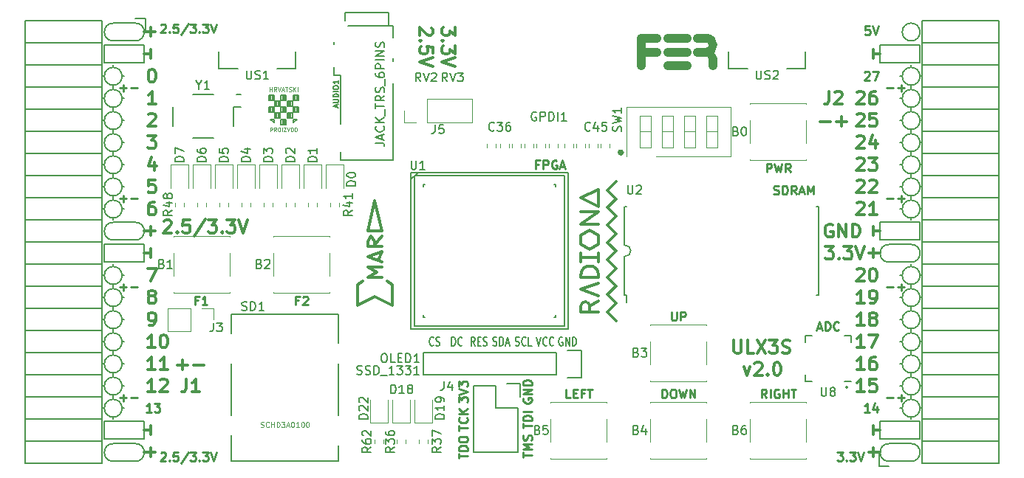
<source format=gto>
G04 #@! TF.GenerationSoftware,KiCad,Pcbnew,5.0.0-rc2+dfsg1-3*
G04 #@! TF.CreationDate,2018-07-06T00:31:47+02:00*
G04 #@! TF.ProjectId,ulx3s,756C7833732E6B696361645F70636200,rev?*
G04 #@! TF.SameCoordinates,Original*
G04 #@! TF.FileFunction,Legend,Top*
G04 #@! TF.FilePolarity,Positive*
%FSLAX46Y46*%
G04 Gerber Fmt 4.6, Leading zero omitted, Abs format (unit mm)*
G04 Created by KiCad (PCBNEW 5.0.0-rc2+dfsg1-3) date Fri Jul  6 00:31:47 2018*
%MOMM*%
%LPD*%
G01*
G04 APERTURE LIST*
%ADD10C,0.250000*%
%ADD11C,0.200000*%
%ADD12C,0.300000*%
%ADD13C,0.120000*%
%ADD14C,0.150000*%
%ADD15C,1.000000*%
%ADD16C,0.152400*%
%ADD17C,0.124460*%
%ADD18C,0.075000*%
G04 APERTURE END LIST*
D10*
X116641666Y-93497571D02*
X116308333Y-93497571D01*
X116308333Y-94021380D02*
X116308333Y-93021380D01*
X116784523Y-93021380D01*
X117117857Y-93116619D02*
X117165476Y-93069000D01*
X117260714Y-93021380D01*
X117498809Y-93021380D01*
X117594047Y-93069000D01*
X117641666Y-93116619D01*
X117689285Y-93211857D01*
X117689285Y-93307095D01*
X117641666Y-93449952D01*
X117070238Y-94021380D01*
X117689285Y-94021380D01*
X105084666Y-93497571D02*
X104751333Y-93497571D01*
X104751333Y-94021380D02*
X104751333Y-93021380D01*
X105227523Y-93021380D01*
X106132285Y-94021380D02*
X105560857Y-94021380D01*
X105846571Y-94021380D02*
X105846571Y-93021380D01*
X105751333Y-93164238D01*
X105656095Y-93259476D01*
X105560857Y-93307095D01*
X170236666Y-104689380D02*
X169903333Y-104213190D01*
X169665238Y-104689380D02*
X169665238Y-103689380D01*
X170046190Y-103689380D01*
X170141428Y-103737000D01*
X170189047Y-103784619D01*
X170236666Y-103879857D01*
X170236666Y-104022714D01*
X170189047Y-104117952D01*
X170141428Y-104165571D01*
X170046190Y-104213190D01*
X169665238Y-104213190D01*
X170665238Y-104689380D02*
X170665238Y-103689380D01*
X171665238Y-103737000D02*
X171570000Y-103689380D01*
X171427142Y-103689380D01*
X171284285Y-103737000D01*
X171189047Y-103832238D01*
X171141428Y-103927476D01*
X171093809Y-104117952D01*
X171093809Y-104260809D01*
X171141428Y-104451285D01*
X171189047Y-104546523D01*
X171284285Y-104641761D01*
X171427142Y-104689380D01*
X171522380Y-104689380D01*
X171665238Y-104641761D01*
X171712857Y-104594142D01*
X171712857Y-104260809D01*
X171522380Y-104260809D01*
X172141428Y-104689380D02*
X172141428Y-103689380D01*
X172141428Y-104165571D02*
X172712857Y-104165571D01*
X172712857Y-104689380D02*
X172712857Y-103689380D01*
X173046190Y-103689380D02*
X173617619Y-103689380D01*
X173331904Y-104689380D02*
X173331904Y-103689380D01*
X159354285Y-94799380D02*
X159354285Y-95608904D01*
X159401904Y-95704142D01*
X159449523Y-95751761D01*
X159544761Y-95799380D01*
X159735238Y-95799380D01*
X159830476Y-95751761D01*
X159878095Y-95704142D01*
X159925714Y-95608904D01*
X159925714Y-94799380D01*
X160401904Y-95799380D02*
X160401904Y-94799380D01*
X160782857Y-94799380D01*
X160878095Y-94847000D01*
X160925714Y-94894619D01*
X160973333Y-94989857D01*
X160973333Y-95132714D01*
X160925714Y-95227952D01*
X160878095Y-95275571D01*
X160782857Y-95323190D01*
X160401904Y-95323190D01*
X158259047Y-104689380D02*
X158259047Y-103689380D01*
X158497142Y-103689380D01*
X158640000Y-103737000D01*
X158735238Y-103832238D01*
X158782857Y-103927476D01*
X158830476Y-104117952D01*
X158830476Y-104260809D01*
X158782857Y-104451285D01*
X158735238Y-104546523D01*
X158640000Y-104641761D01*
X158497142Y-104689380D01*
X158259047Y-104689380D01*
X159449523Y-103689380D02*
X159640000Y-103689380D01*
X159735238Y-103737000D01*
X159830476Y-103832238D01*
X159878095Y-104022714D01*
X159878095Y-104356047D01*
X159830476Y-104546523D01*
X159735238Y-104641761D01*
X159640000Y-104689380D01*
X159449523Y-104689380D01*
X159354285Y-104641761D01*
X159259047Y-104546523D01*
X159211428Y-104356047D01*
X159211428Y-104022714D01*
X159259047Y-103832238D01*
X159354285Y-103737000D01*
X159449523Y-103689380D01*
X160211428Y-103689380D02*
X160449523Y-104689380D01*
X160640000Y-103975095D01*
X160830476Y-104689380D01*
X161068571Y-103689380D01*
X161449523Y-104689380D02*
X161449523Y-103689380D01*
X162020952Y-104689380D01*
X162020952Y-103689380D01*
X147757619Y-104689380D02*
X147281428Y-104689380D01*
X147281428Y-103689380D01*
X148090952Y-104165571D02*
X148424285Y-104165571D01*
X148567142Y-104689380D02*
X148090952Y-104689380D01*
X148090952Y-103689380D01*
X148567142Y-103689380D01*
X149329047Y-104165571D02*
X148995714Y-104165571D01*
X148995714Y-104689380D02*
X148995714Y-103689380D01*
X149471904Y-103689380D01*
X149710000Y-103689380D02*
X150281428Y-103689380D01*
X149995714Y-104689380D02*
X149995714Y-103689380D01*
X170251666Y-78781380D02*
X170251666Y-77781380D01*
X170632619Y-77781380D01*
X170727857Y-77829000D01*
X170775476Y-77876619D01*
X170823095Y-77971857D01*
X170823095Y-78114714D01*
X170775476Y-78209952D01*
X170727857Y-78257571D01*
X170632619Y-78305190D01*
X170251666Y-78305190D01*
X171156428Y-77781380D02*
X171394523Y-78781380D01*
X171585000Y-78067095D01*
X171775476Y-78781380D01*
X172013571Y-77781380D01*
X172965952Y-78781380D02*
X172632619Y-78305190D01*
X172394523Y-78781380D02*
X172394523Y-77781380D01*
X172775476Y-77781380D01*
X172870714Y-77829000D01*
X172918333Y-77876619D01*
X172965952Y-77971857D01*
X172965952Y-78114714D01*
X172918333Y-78209952D01*
X172870714Y-78257571D01*
X172775476Y-78305190D01*
X172394523Y-78305190D01*
D11*
X179586000Y-103475000D02*
G75*
G03X179586000Y-103475000I-127000J0D01*
G01*
D12*
X134560428Y-62144714D02*
X134560428Y-63073285D01*
X133989000Y-62573285D01*
X133989000Y-62787571D01*
X133917571Y-62930428D01*
X133846142Y-63001857D01*
X133703285Y-63073285D01*
X133346142Y-63073285D01*
X133203285Y-63001857D01*
X133131857Y-62930428D01*
X133060428Y-62787571D01*
X133060428Y-62359000D01*
X133131857Y-62216142D01*
X133203285Y-62144714D01*
X133203285Y-63716142D02*
X133131857Y-63787571D01*
X133060428Y-63716142D01*
X133131857Y-63644714D01*
X133203285Y-63716142D01*
X133060428Y-63716142D01*
X134560428Y-64287571D02*
X134560428Y-65216142D01*
X133989000Y-64716142D01*
X133989000Y-64930428D01*
X133917571Y-65073285D01*
X133846142Y-65144714D01*
X133703285Y-65216142D01*
X133346142Y-65216142D01*
X133203285Y-65144714D01*
X133131857Y-65073285D01*
X133060428Y-64930428D01*
X133060428Y-64501857D01*
X133131857Y-64359000D01*
X133203285Y-64287571D01*
X134560428Y-65644714D02*
X133060428Y-66144714D01*
X134560428Y-66644714D01*
X131877571Y-62216142D02*
X131949000Y-62287571D01*
X132020428Y-62430428D01*
X132020428Y-62787571D01*
X131949000Y-62930428D01*
X131877571Y-63001857D01*
X131734714Y-63073285D01*
X131591857Y-63073285D01*
X131377571Y-63001857D01*
X130520428Y-62144714D01*
X130520428Y-63073285D01*
X130663285Y-63716142D02*
X130591857Y-63787571D01*
X130520428Y-63716142D01*
X130591857Y-63644714D01*
X130663285Y-63716142D01*
X130520428Y-63716142D01*
X132020428Y-65144714D02*
X132020428Y-64430428D01*
X131306142Y-64359000D01*
X131377571Y-64430428D01*
X131449000Y-64573285D01*
X131449000Y-64930428D01*
X131377571Y-65073285D01*
X131306142Y-65144714D01*
X131163285Y-65216142D01*
X130806142Y-65216142D01*
X130663285Y-65144714D01*
X130591857Y-65073285D01*
X130520428Y-64930428D01*
X130520428Y-64573285D01*
X130591857Y-64430428D01*
X130663285Y-64359000D01*
X132020428Y-65644714D02*
X130520428Y-66144714D01*
X132020428Y-66644714D01*
X102760000Y-100897142D02*
X103902857Y-100897142D01*
X103331428Y-101468571D02*
X103331428Y-100325714D01*
X104617142Y-100897142D02*
X105760000Y-100897142D01*
X167664142Y-101121571D02*
X168021285Y-102121571D01*
X168378428Y-101121571D01*
X168878428Y-100764428D02*
X168949857Y-100693000D01*
X169092714Y-100621571D01*
X169449857Y-100621571D01*
X169592714Y-100693000D01*
X169664142Y-100764428D01*
X169735571Y-100907285D01*
X169735571Y-101050142D01*
X169664142Y-101264428D01*
X168807000Y-102121571D01*
X169735571Y-102121571D01*
X170378428Y-101978714D02*
X170449857Y-102050142D01*
X170378428Y-102121571D01*
X170307000Y-102050142D01*
X170378428Y-101978714D01*
X170378428Y-102121571D01*
X171378428Y-100621571D02*
X171521285Y-100621571D01*
X171664142Y-100693000D01*
X171735571Y-100764428D01*
X171807000Y-100907285D01*
X171878428Y-101193000D01*
X171878428Y-101550142D01*
X171807000Y-101835857D01*
X171735571Y-101978714D01*
X171664142Y-102050142D01*
X171521285Y-102121571D01*
X171378428Y-102121571D01*
X171235571Y-102050142D01*
X171164142Y-101978714D01*
X171092714Y-101835857D01*
X171021285Y-101550142D01*
X171021285Y-101193000D01*
X171092714Y-100907285D01*
X171164142Y-100764428D01*
X171235571Y-100693000D01*
X171378428Y-100621571D01*
X182492000Y-87582000D02*
X182492000Y-88598000D01*
X181984000Y-88090000D02*
X183254000Y-88090000D01*
X182492000Y-110442000D02*
X182492000Y-111458000D01*
X183254000Y-110950000D02*
X181984000Y-110950000D01*
X99688000Y-110442000D02*
X99688000Y-111458000D01*
X98926000Y-110950000D02*
X100196000Y-110950000D01*
X99688000Y-62182000D02*
X99688000Y-63198000D01*
X98926000Y-62690000D02*
X100196000Y-62690000D01*
X99688000Y-85042000D02*
X99688000Y-86058000D01*
X98926000Y-85550000D02*
X100196000Y-85550000D01*
D11*
X97910000Y-63706000D02*
G75*
G03X97910000Y-61674000I0J1016000D01*
G01*
X184270000Y-109934000D02*
G75*
G03X184270000Y-111966000I0J-1016000D01*
G01*
X95370000Y-111966000D02*
X97910000Y-111966000D01*
X95370000Y-109934000D02*
X97910000Y-109934000D01*
X97910000Y-111966000D02*
G75*
G03X97910000Y-109934000I0J1016000D01*
G01*
X95370000Y-109934000D02*
G75*
G03X95370000Y-111966000I0J-1016000D01*
G01*
X95370000Y-61674000D02*
X97910000Y-61674000D01*
X95370000Y-63706000D02*
X97910000Y-63706000D01*
X95370000Y-61674000D02*
G75*
G03X95370000Y-63706000I0J-1016000D01*
G01*
X95370000Y-84534000D02*
X97910000Y-84534000D01*
X95370000Y-86566000D02*
X97910000Y-86566000D01*
X95370000Y-84534000D02*
G75*
G03X95370000Y-86566000I0J-1016000D01*
G01*
X97910000Y-86566000D02*
G75*
G03X97910000Y-84534000I0J1016000D01*
G01*
X187826000Y-62690000D02*
G75*
G03X187826000Y-62690000I-1016000J0D01*
G01*
X184270000Y-89106000D02*
X186810000Y-89106000D01*
X184270000Y-87074000D02*
X186810000Y-87074000D01*
X184270000Y-87074000D02*
G75*
G03X184270000Y-89106000I0J-1016000D01*
G01*
X186810000Y-89106000D02*
G75*
G03X186810000Y-87074000I0J1016000D01*
G01*
X186810000Y-111966000D02*
X184270000Y-111966000D01*
X186810000Y-109934000D02*
X184270000Y-109934000D01*
X186810000Y-111966000D02*
G75*
G03X186810000Y-109934000I0J1016000D01*
G01*
X94354000Y-66246000D02*
X94354000Y-64214000D01*
X98926000Y-66246000D02*
X94354000Y-66246000D01*
X98926000Y-64214000D02*
X98926000Y-66246000D01*
X94354000Y-64214000D02*
X98926000Y-64214000D01*
X94354000Y-87074000D02*
X98926000Y-87074000D01*
X94354000Y-89106000D02*
X94354000Y-87074000D01*
X98926000Y-89106000D02*
X94354000Y-89106000D01*
X98926000Y-87074000D02*
X98926000Y-89106000D01*
X94354000Y-109426000D02*
X98926000Y-109426000D01*
X94354000Y-107394000D02*
X94354000Y-109426000D01*
X98926000Y-107394000D02*
X94354000Y-107394000D01*
X98926000Y-109426000D02*
X98926000Y-107394000D01*
X183254000Y-109426000D02*
X187826000Y-109426000D01*
X183254000Y-107394000D02*
X183254000Y-109426000D01*
X187826000Y-107394000D02*
X187826000Y-109426000D01*
X183254000Y-107394000D02*
X187826000Y-107394000D01*
X183254000Y-66246000D02*
X187826000Y-66246000D01*
X183254000Y-64214000D02*
X183254000Y-66246000D01*
X187826000Y-64214000D02*
X183254000Y-64214000D01*
X187826000Y-66246000D02*
X187826000Y-64214000D01*
X183254000Y-84534000D02*
X187826000Y-84534000D01*
X183254000Y-86566000D02*
X183254000Y-84534000D01*
X187826000Y-86566000D02*
X183254000Y-86566000D01*
X187826000Y-84534000D02*
X187826000Y-86566000D01*
D10*
X96148000Y-69111428D02*
X96909904Y-69111428D01*
X96528952Y-69492380D02*
X96528952Y-68730476D01*
X97386095Y-69111428D02*
X98148000Y-69111428D01*
X96148000Y-81811428D02*
X96909904Y-81811428D01*
X96528952Y-82192380D02*
X96528952Y-81430476D01*
X97386095Y-81811428D02*
X98148000Y-81811428D01*
X96148000Y-91971428D02*
X96909904Y-91971428D01*
X96528952Y-92352380D02*
X96528952Y-91590476D01*
X97386095Y-91971428D02*
X98148000Y-91971428D01*
X96148000Y-104671428D02*
X96909904Y-104671428D01*
X96528952Y-105052380D02*
X96528952Y-104290476D01*
X97386095Y-104671428D02*
X98148000Y-104671428D01*
X184032000Y-104671428D02*
X184793904Y-104671428D01*
X185270095Y-104671428D02*
X186032000Y-104671428D01*
X185651047Y-105052380D02*
X185651047Y-104290476D01*
X184032000Y-91971428D02*
X184793904Y-91971428D01*
X185270095Y-91971428D02*
X186032000Y-91971428D01*
X185651047Y-92352380D02*
X185651047Y-91590476D01*
X184032000Y-81811428D02*
X184793904Y-81811428D01*
X185270095Y-81811428D02*
X186032000Y-81811428D01*
X185651047Y-82192380D02*
X185651047Y-81430476D01*
X184032000Y-69111428D02*
X184793904Y-69111428D01*
X185270095Y-69111428D02*
X186032000Y-69111428D01*
X185651047Y-69492380D02*
X185651047Y-68730476D01*
D12*
X176420000Y-72957142D02*
X177562857Y-72957142D01*
X178277142Y-72957142D02*
X179420000Y-72957142D01*
X178848571Y-73528571D02*
X178848571Y-72385714D01*
D11*
X187826000Y-67770000D02*
G75*
G03X187826000Y-67770000I-1016000J0D01*
G01*
X187826000Y-70310000D02*
G75*
G03X187826000Y-70310000I-1016000J0D01*
G01*
X187826000Y-72850000D02*
G75*
G03X187826000Y-72850000I-1016000J0D01*
G01*
X187826000Y-75390000D02*
G75*
G03X187826000Y-75390000I-1016000J0D01*
G01*
X187826000Y-77930000D02*
G75*
G03X187826000Y-77930000I-1016000J0D01*
G01*
X187826000Y-80470000D02*
G75*
G03X187826000Y-80470000I-1016000J0D01*
G01*
X187826000Y-83010000D02*
G75*
G03X187826000Y-83010000I-1016000J0D01*
G01*
X187826000Y-90630000D02*
G75*
G03X187826000Y-90630000I-1016000J0D01*
G01*
X187826000Y-93170000D02*
G75*
G03X187826000Y-93170000I-1016000J0D01*
G01*
X187826000Y-95710000D02*
G75*
G03X187826000Y-95710000I-1016000J0D01*
G01*
X187826000Y-98250000D02*
G75*
G03X187826000Y-98250000I-1016000J0D01*
G01*
X187826000Y-100790000D02*
G75*
G03X187826000Y-100790000I-1016000J0D01*
G01*
X187826000Y-103330000D02*
G75*
G03X187826000Y-103330000I-1016000J0D01*
G01*
X187826000Y-105870000D02*
G75*
G03X187826000Y-105870000I-1016000J0D01*
G01*
X96386000Y-105870000D02*
G75*
G03X96386000Y-105870000I-1016000J0D01*
G01*
X96386000Y-103330000D02*
G75*
G03X96386000Y-103330000I-1016000J0D01*
G01*
X96386000Y-100790000D02*
G75*
G03X96386000Y-100790000I-1016000J0D01*
G01*
X96386000Y-98250000D02*
G75*
G03X96386000Y-98250000I-1016000J0D01*
G01*
X96386000Y-95710000D02*
G75*
G03X96386000Y-95710000I-1016000J0D01*
G01*
X96386000Y-93170000D02*
G75*
G03X96386000Y-93170000I-1016000J0D01*
G01*
X96386000Y-90630000D02*
G75*
G03X96386000Y-90630000I-1016000J0D01*
G01*
X96386000Y-83010000D02*
G75*
G03X96386000Y-83010000I-1016000J0D01*
G01*
X96386000Y-80470000D02*
G75*
G03X96386000Y-80470000I-1016000J0D01*
G01*
X96386000Y-77930000D02*
G75*
G03X96386000Y-77930000I-1016000J0D01*
G01*
X96386000Y-75390000D02*
G75*
G03X96386000Y-75390000I-1016000J0D01*
G01*
X96386000Y-72850000D02*
G75*
G03X96386000Y-72850000I-1016000J0D01*
G01*
X96386000Y-70310000D02*
G75*
G03X96386000Y-70310000I-1016000J0D01*
G01*
X96386000Y-67770000D02*
G75*
G03X96386000Y-67770000I-1016000J0D01*
G01*
D12*
X177793142Y-84800000D02*
X177650285Y-84728571D01*
X177436000Y-84728571D01*
X177221714Y-84800000D01*
X177078857Y-84942857D01*
X177007428Y-85085714D01*
X176936000Y-85371428D01*
X176936000Y-85585714D01*
X177007428Y-85871428D01*
X177078857Y-86014285D01*
X177221714Y-86157142D01*
X177436000Y-86228571D01*
X177578857Y-86228571D01*
X177793142Y-86157142D01*
X177864571Y-86085714D01*
X177864571Y-85585714D01*
X177578857Y-85585714D01*
X178507428Y-86228571D02*
X178507428Y-84728571D01*
X179364571Y-86228571D01*
X179364571Y-84728571D01*
X180078857Y-86228571D02*
X180078857Y-84728571D01*
X180436000Y-84728571D01*
X180650285Y-84800000D01*
X180793142Y-84942857D01*
X180864571Y-85085714D01*
X180936000Y-85371428D01*
X180936000Y-85585714D01*
X180864571Y-85871428D01*
X180793142Y-86014285D01*
X180650285Y-86157142D01*
X180436000Y-86228571D01*
X180078857Y-86228571D01*
X182492000Y-86058000D02*
X182492000Y-85042000D01*
X183254000Y-85550000D02*
X182492000Y-85550000D01*
X182492000Y-107902000D02*
X182492000Y-108918000D01*
X182492000Y-108410000D02*
X183254000Y-108410000D01*
D10*
X182047523Y-106322380D02*
X181476095Y-106322380D01*
X181761809Y-106322380D02*
X181761809Y-105322380D01*
X181666571Y-105465238D01*
X181571333Y-105560476D01*
X181476095Y-105608095D01*
X182904666Y-105655714D02*
X182904666Y-106322380D01*
X182666571Y-105274761D02*
X182428476Y-105989047D01*
X183047523Y-105989047D01*
X181476095Y-67317619D02*
X181523714Y-67270000D01*
X181618952Y-67222380D01*
X181857047Y-67222380D01*
X181952285Y-67270000D01*
X181999904Y-67317619D01*
X182047523Y-67412857D01*
X182047523Y-67508095D01*
X181999904Y-67650952D01*
X181428476Y-68222380D01*
X182047523Y-68222380D01*
X182380857Y-67222380D02*
X183047523Y-67222380D01*
X182618952Y-68222380D01*
D12*
X182492000Y-64722000D02*
X182492000Y-65738000D01*
X182492000Y-65230000D02*
X183254000Y-65230000D01*
X99688000Y-107902000D02*
X99688000Y-108918000D01*
X98926000Y-108410000D02*
X99688000Y-108410000D01*
X99315000Y-74568571D02*
X100243571Y-74568571D01*
X99743571Y-75140000D01*
X99957857Y-75140000D01*
X100100714Y-75211428D01*
X100172142Y-75282857D01*
X100243571Y-75425714D01*
X100243571Y-75782857D01*
X100172142Y-75925714D01*
X100100714Y-75997142D01*
X99957857Y-76068571D01*
X99529285Y-76068571D01*
X99386428Y-75997142D01*
X99315000Y-75925714D01*
X100100714Y-77608571D02*
X100100714Y-78608571D01*
X99743571Y-77037142D02*
X99386428Y-78108571D01*
X100315000Y-78108571D01*
X100172142Y-79648571D02*
X99457857Y-79648571D01*
X99386428Y-80362857D01*
X99457857Y-80291428D01*
X99600714Y-80220000D01*
X99957857Y-80220000D01*
X100100714Y-80291428D01*
X100172142Y-80362857D01*
X100243571Y-80505714D01*
X100243571Y-80862857D01*
X100172142Y-81005714D01*
X100100714Y-81077142D01*
X99957857Y-81148571D01*
X99600714Y-81148571D01*
X99457857Y-81077142D01*
X99386428Y-81005714D01*
D10*
X99751523Y-106322380D02*
X99180095Y-106322380D01*
X99465809Y-106322380D02*
X99465809Y-105322380D01*
X99370571Y-105465238D01*
X99275333Y-105560476D01*
X99180095Y-105608095D01*
X100084857Y-105322380D02*
X100703904Y-105322380D01*
X100370571Y-105703333D01*
X100513428Y-105703333D01*
X100608666Y-105750952D01*
X100656285Y-105798571D01*
X100703904Y-105893809D01*
X100703904Y-106131904D01*
X100656285Y-106227142D01*
X100608666Y-106274761D01*
X100513428Y-106322380D01*
X100227714Y-106322380D01*
X100132476Y-106274761D01*
X100084857Y-106227142D01*
D12*
X99315000Y-89808571D02*
X100315000Y-89808571D01*
X99672142Y-91308571D01*
X99688000Y-87582000D02*
X99688000Y-88598000D01*
X98926000Y-88090000D02*
X99688000Y-88090000D01*
X99688000Y-64722000D02*
X99688000Y-65738000D01*
X98926000Y-65230000D02*
X99688000Y-65230000D01*
D10*
X100817976Y-61874619D02*
X100865595Y-61827000D01*
X100960833Y-61779380D01*
X101198928Y-61779380D01*
X101294166Y-61827000D01*
X101341785Y-61874619D01*
X101389404Y-61969857D01*
X101389404Y-62065095D01*
X101341785Y-62207952D01*
X100770357Y-62779380D01*
X101389404Y-62779380D01*
X101817976Y-62684142D02*
X101865595Y-62731761D01*
X101817976Y-62779380D01*
X101770357Y-62731761D01*
X101817976Y-62684142D01*
X101817976Y-62779380D01*
X102770357Y-61779380D02*
X102294166Y-61779380D01*
X102246547Y-62255571D01*
X102294166Y-62207952D01*
X102389404Y-62160333D01*
X102627500Y-62160333D01*
X102722738Y-62207952D01*
X102770357Y-62255571D01*
X102817976Y-62350809D01*
X102817976Y-62588904D01*
X102770357Y-62684142D01*
X102722738Y-62731761D01*
X102627500Y-62779380D01*
X102389404Y-62779380D01*
X102294166Y-62731761D01*
X102246547Y-62684142D01*
X103960833Y-61731761D02*
X103103690Y-63017476D01*
X104198928Y-61779380D02*
X104817976Y-61779380D01*
X104484642Y-62160333D01*
X104627500Y-62160333D01*
X104722738Y-62207952D01*
X104770357Y-62255571D01*
X104817976Y-62350809D01*
X104817976Y-62588904D01*
X104770357Y-62684142D01*
X104722738Y-62731761D01*
X104627500Y-62779380D01*
X104341785Y-62779380D01*
X104246547Y-62731761D01*
X104198928Y-62684142D01*
X105246547Y-62684142D02*
X105294166Y-62731761D01*
X105246547Y-62779380D01*
X105198928Y-62731761D01*
X105246547Y-62684142D01*
X105246547Y-62779380D01*
X105627500Y-61779380D02*
X106246547Y-61779380D01*
X105913214Y-62160333D01*
X106056071Y-62160333D01*
X106151309Y-62207952D01*
X106198928Y-62255571D01*
X106246547Y-62350809D01*
X106246547Y-62588904D01*
X106198928Y-62684142D01*
X106151309Y-62731761D01*
X106056071Y-62779380D01*
X105770357Y-62779380D01*
X105675119Y-62731761D01*
X105627500Y-62684142D01*
X106532261Y-61779380D02*
X106865595Y-62779380D01*
X107198928Y-61779380D01*
X178360261Y-110910380D02*
X178979309Y-110910380D01*
X178645976Y-111291333D01*
X178788833Y-111291333D01*
X178884071Y-111338952D01*
X178931690Y-111386571D01*
X178979309Y-111481809D01*
X178979309Y-111719904D01*
X178931690Y-111815142D01*
X178884071Y-111862761D01*
X178788833Y-111910380D01*
X178503119Y-111910380D01*
X178407880Y-111862761D01*
X178360261Y-111815142D01*
X179407880Y-111815142D02*
X179455500Y-111862761D01*
X179407880Y-111910380D01*
X179360261Y-111862761D01*
X179407880Y-111815142D01*
X179407880Y-111910380D01*
X179788833Y-110910380D02*
X180407880Y-110910380D01*
X180074547Y-111291333D01*
X180217404Y-111291333D01*
X180312642Y-111338952D01*
X180360261Y-111386571D01*
X180407880Y-111481809D01*
X180407880Y-111719904D01*
X180360261Y-111815142D01*
X180312642Y-111862761D01*
X180217404Y-111910380D01*
X179931690Y-111910380D01*
X179836452Y-111862761D01*
X179788833Y-111815142D01*
X180693595Y-110910380D02*
X181026928Y-111910380D01*
X181360261Y-110910380D01*
D12*
X101199714Y-84381428D02*
X101271142Y-84310000D01*
X101414000Y-84238571D01*
X101771142Y-84238571D01*
X101914000Y-84310000D01*
X101985428Y-84381428D01*
X102056857Y-84524285D01*
X102056857Y-84667142D01*
X101985428Y-84881428D01*
X101128285Y-85738571D01*
X102056857Y-85738571D01*
X102699714Y-85595714D02*
X102771142Y-85667142D01*
X102699714Y-85738571D01*
X102628285Y-85667142D01*
X102699714Y-85595714D01*
X102699714Y-85738571D01*
X104128285Y-84238571D02*
X103414000Y-84238571D01*
X103342571Y-84952857D01*
X103414000Y-84881428D01*
X103556857Y-84810000D01*
X103914000Y-84810000D01*
X104056857Y-84881428D01*
X104128285Y-84952857D01*
X104199714Y-85095714D01*
X104199714Y-85452857D01*
X104128285Y-85595714D01*
X104056857Y-85667142D01*
X103914000Y-85738571D01*
X103556857Y-85738571D01*
X103414000Y-85667142D01*
X103342571Y-85595714D01*
X105914000Y-84167142D02*
X104628285Y-86095714D01*
X106271142Y-84238571D02*
X107199714Y-84238571D01*
X106699714Y-84810000D01*
X106914000Y-84810000D01*
X107056857Y-84881428D01*
X107128285Y-84952857D01*
X107199714Y-85095714D01*
X107199714Y-85452857D01*
X107128285Y-85595714D01*
X107056857Y-85667142D01*
X106914000Y-85738571D01*
X106485428Y-85738571D01*
X106342571Y-85667142D01*
X106271142Y-85595714D01*
X107842571Y-85595714D02*
X107914000Y-85667142D01*
X107842571Y-85738571D01*
X107771142Y-85667142D01*
X107842571Y-85595714D01*
X107842571Y-85738571D01*
X108414000Y-84238571D02*
X109342571Y-84238571D01*
X108842571Y-84810000D01*
X109056857Y-84810000D01*
X109199714Y-84881428D01*
X109271142Y-84952857D01*
X109342571Y-85095714D01*
X109342571Y-85452857D01*
X109271142Y-85595714D01*
X109199714Y-85667142D01*
X109056857Y-85738571D01*
X108628285Y-85738571D01*
X108485428Y-85667142D01*
X108414000Y-85595714D01*
X109771142Y-84238571D02*
X110271142Y-85738571D01*
X110771142Y-84238571D01*
D10*
X100817976Y-111023619D02*
X100865595Y-110976000D01*
X100960833Y-110928380D01*
X101198928Y-110928380D01*
X101294166Y-110976000D01*
X101341785Y-111023619D01*
X101389404Y-111118857D01*
X101389404Y-111214095D01*
X101341785Y-111356952D01*
X100770357Y-111928380D01*
X101389404Y-111928380D01*
X101817976Y-111833142D02*
X101865595Y-111880761D01*
X101817976Y-111928380D01*
X101770357Y-111880761D01*
X101817976Y-111833142D01*
X101817976Y-111928380D01*
X102770357Y-110928380D02*
X102294166Y-110928380D01*
X102246547Y-111404571D01*
X102294166Y-111356952D01*
X102389404Y-111309333D01*
X102627500Y-111309333D01*
X102722738Y-111356952D01*
X102770357Y-111404571D01*
X102817976Y-111499809D01*
X102817976Y-111737904D01*
X102770357Y-111833142D01*
X102722738Y-111880761D01*
X102627500Y-111928380D01*
X102389404Y-111928380D01*
X102294166Y-111880761D01*
X102246547Y-111833142D01*
X103960833Y-110880761D02*
X103103690Y-112166476D01*
X104198928Y-110928380D02*
X104817976Y-110928380D01*
X104484642Y-111309333D01*
X104627500Y-111309333D01*
X104722738Y-111356952D01*
X104770357Y-111404571D01*
X104817976Y-111499809D01*
X104817976Y-111737904D01*
X104770357Y-111833142D01*
X104722738Y-111880761D01*
X104627500Y-111928380D01*
X104341785Y-111928380D01*
X104246547Y-111880761D01*
X104198928Y-111833142D01*
X105246547Y-111833142D02*
X105294166Y-111880761D01*
X105246547Y-111928380D01*
X105198928Y-111880761D01*
X105246547Y-111833142D01*
X105246547Y-111928380D01*
X105627500Y-110928380D02*
X106246547Y-110928380D01*
X105913214Y-111309333D01*
X106056071Y-111309333D01*
X106151309Y-111356952D01*
X106198928Y-111404571D01*
X106246547Y-111499809D01*
X106246547Y-111737904D01*
X106198928Y-111833142D01*
X106151309Y-111880761D01*
X106056071Y-111928380D01*
X105770357Y-111928380D01*
X105675119Y-111880761D01*
X105627500Y-111833142D01*
X106532261Y-110928380D02*
X106865595Y-111928380D01*
X107198928Y-110928380D01*
X182047523Y-62015380D02*
X181571333Y-62015380D01*
X181523714Y-62491571D01*
X181571333Y-62443952D01*
X181666571Y-62396333D01*
X181904666Y-62396333D01*
X181999904Y-62443952D01*
X182047523Y-62491571D01*
X182095142Y-62586809D01*
X182095142Y-62824904D01*
X182047523Y-62920142D01*
X181999904Y-62967761D01*
X181904666Y-63015380D01*
X181666571Y-63015380D01*
X181571333Y-62967761D01*
X181523714Y-62920142D01*
X182380857Y-62015380D02*
X182714190Y-63015380D01*
X183047523Y-62015380D01*
D12*
X180587142Y-69631428D02*
X180658571Y-69560000D01*
X180801428Y-69488571D01*
X181158571Y-69488571D01*
X181301428Y-69560000D01*
X181372857Y-69631428D01*
X181444285Y-69774285D01*
X181444285Y-69917142D01*
X181372857Y-70131428D01*
X180515714Y-70988571D01*
X181444285Y-70988571D01*
X182730000Y-69488571D02*
X182444285Y-69488571D01*
X182301428Y-69560000D01*
X182230000Y-69631428D01*
X182087142Y-69845714D01*
X182015714Y-70131428D01*
X182015714Y-70702857D01*
X182087142Y-70845714D01*
X182158571Y-70917142D01*
X182301428Y-70988571D01*
X182587142Y-70988571D01*
X182730000Y-70917142D01*
X182801428Y-70845714D01*
X182872857Y-70702857D01*
X182872857Y-70345714D01*
X182801428Y-70202857D01*
X182730000Y-70131428D01*
X182587142Y-70060000D01*
X182301428Y-70060000D01*
X182158571Y-70131428D01*
X182087142Y-70202857D01*
X182015714Y-70345714D01*
X180587142Y-72171428D02*
X180658571Y-72100000D01*
X180801428Y-72028571D01*
X181158571Y-72028571D01*
X181301428Y-72100000D01*
X181372857Y-72171428D01*
X181444285Y-72314285D01*
X181444285Y-72457142D01*
X181372857Y-72671428D01*
X180515714Y-73528571D01*
X181444285Y-73528571D01*
X182801428Y-72028571D02*
X182087142Y-72028571D01*
X182015714Y-72742857D01*
X182087142Y-72671428D01*
X182230000Y-72600000D01*
X182587142Y-72600000D01*
X182730000Y-72671428D01*
X182801428Y-72742857D01*
X182872857Y-72885714D01*
X182872857Y-73242857D01*
X182801428Y-73385714D01*
X182730000Y-73457142D01*
X182587142Y-73528571D01*
X182230000Y-73528571D01*
X182087142Y-73457142D01*
X182015714Y-73385714D01*
X180587142Y-74711428D02*
X180658571Y-74640000D01*
X180801428Y-74568571D01*
X181158571Y-74568571D01*
X181301428Y-74640000D01*
X181372857Y-74711428D01*
X181444285Y-74854285D01*
X181444285Y-74997142D01*
X181372857Y-75211428D01*
X180515714Y-76068571D01*
X181444285Y-76068571D01*
X182730000Y-75068571D02*
X182730000Y-76068571D01*
X182372857Y-74497142D02*
X182015714Y-75568571D01*
X182944285Y-75568571D01*
X180587142Y-77251428D02*
X180658571Y-77180000D01*
X180801428Y-77108571D01*
X181158571Y-77108571D01*
X181301428Y-77180000D01*
X181372857Y-77251428D01*
X181444285Y-77394285D01*
X181444285Y-77537142D01*
X181372857Y-77751428D01*
X180515714Y-78608571D01*
X181444285Y-78608571D01*
X181944285Y-77108571D02*
X182872857Y-77108571D01*
X182372857Y-77680000D01*
X182587142Y-77680000D01*
X182730000Y-77751428D01*
X182801428Y-77822857D01*
X182872857Y-77965714D01*
X182872857Y-78322857D01*
X182801428Y-78465714D01*
X182730000Y-78537142D01*
X182587142Y-78608571D01*
X182158571Y-78608571D01*
X182015714Y-78537142D01*
X181944285Y-78465714D01*
X180587142Y-79791428D02*
X180658571Y-79720000D01*
X180801428Y-79648571D01*
X181158571Y-79648571D01*
X181301428Y-79720000D01*
X181372857Y-79791428D01*
X181444285Y-79934285D01*
X181444285Y-80077142D01*
X181372857Y-80291428D01*
X180515714Y-81148571D01*
X181444285Y-81148571D01*
X182015714Y-79791428D02*
X182087142Y-79720000D01*
X182230000Y-79648571D01*
X182587142Y-79648571D01*
X182730000Y-79720000D01*
X182801428Y-79791428D01*
X182872857Y-79934285D01*
X182872857Y-80077142D01*
X182801428Y-80291428D01*
X181944285Y-81148571D01*
X182872857Y-81148571D01*
X180587142Y-82331428D02*
X180658571Y-82260000D01*
X180801428Y-82188571D01*
X181158571Y-82188571D01*
X181301428Y-82260000D01*
X181372857Y-82331428D01*
X181444285Y-82474285D01*
X181444285Y-82617142D01*
X181372857Y-82831428D01*
X180515714Y-83688571D01*
X181444285Y-83688571D01*
X182872857Y-83688571D02*
X182015714Y-83688571D01*
X182444285Y-83688571D02*
X182444285Y-82188571D01*
X182301428Y-82402857D01*
X182158571Y-82545714D01*
X182015714Y-82617142D01*
X176975714Y-87268571D02*
X177904285Y-87268571D01*
X177404285Y-87840000D01*
X177618571Y-87840000D01*
X177761428Y-87911428D01*
X177832857Y-87982857D01*
X177904285Y-88125714D01*
X177904285Y-88482857D01*
X177832857Y-88625714D01*
X177761428Y-88697142D01*
X177618571Y-88768571D01*
X177190000Y-88768571D01*
X177047142Y-88697142D01*
X176975714Y-88625714D01*
X178547142Y-88625714D02*
X178618571Y-88697142D01*
X178547142Y-88768571D01*
X178475714Y-88697142D01*
X178547142Y-88625714D01*
X178547142Y-88768571D01*
X179118571Y-87268571D02*
X180047142Y-87268571D01*
X179547142Y-87840000D01*
X179761428Y-87840000D01*
X179904285Y-87911428D01*
X179975714Y-87982857D01*
X180047142Y-88125714D01*
X180047142Y-88482857D01*
X179975714Y-88625714D01*
X179904285Y-88697142D01*
X179761428Y-88768571D01*
X179332857Y-88768571D01*
X179190000Y-88697142D01*
X179118571Y-88625714D01*
X180475714Y-87268571D02*
X180975714Y-88768571D01*
X181475714Y-87268571D01*
X180587142Y-89951428D02*
X180658571Y-89880000D01*
X180801428Y-89808571D01*
X181158571Y-89808571D01*
X181301428Y-89880000D01*
X181372857Y-89951428D01*
X181444285Y-90094285D01*
X181444285Y-90237142D01*
X181372857Y-90451428D01*
X180515714Y-91308571D01*
X181444285Y-91308571D01*
X182372857Y-89808571D02*
X182515714Y-89808571D01*
X182658571Y-89880000D01*
X182730000Y-89951428D01*
X182801428Y-90094285D01*
X182872857Y-90380000D01*
X182872857Y-90737142D01*
X182801428Y-91022857D01*
X182730000Y-91165714D01*
X182658571Y-91237142D01*
X182515714Y-91308571D01*
X182372857Y-91308571D01*
X182230000Y-91237142D01*
X182158571Y-91165714D01*
X182087142Y-91022857D01*
X182015714Y-90737142D01*
X182015714Y-90380000D01*
X182087142Y-90094285D01*
X182158571Y-89951428D01*
X182230000Y-89880000D01*
X182372857Y-89808571D01*
X181444285Y-93848571D02*
X180587142Y-93848571D01*
X181015714Y-93848571D02*
X181015714Y-92348571D01*
X180872857Y-92562857D01*
X180730000Y-92705714D01*
X180587142Y-92777142D01*
X182158571Y-93848571D02*
X182444285Y-93848571D01*
X182587142Y-93777142D01*
X182658571Y-93705714D01*
X182801428Y-93491428D01*
X182872857Y-93205714D01*
X182872857Y-92634285D01*
X182801428Y-92491428D01*
X182730000Y-92420000D01*
X182587142Y-92348571D01*
X182301428Y-92348571D01*
X182158571Y-92420000D01*
X182087142Y-92491428D01*
X182015714Y-92634285D01*
X182015714Y-92991428D01*
X182087142Y-93134285D01*
X182158571Y-93205714D01*
X182301428Y-93277142D01*
X182587142Y-93277142D01*
X182730000Y-93205714D01*
X182801428Y-93134285D01*
X182872857Y-92991428D01*
X181444285Y-96388571D02*
X180587142Y-96388571D01*
X181015714Y-96388571D02*
X181015714Y-94888571D01*
X180872857Y-95102857D01*
X180730000Y-95245714D01*
X180587142Y-95317142D01*
X182301428Y-95531428D02*
X182158571Y-95460000D01*
X182087142Y-95388571D01*
X182015714Y-95245714D01*
X182015714Y-95174285D01*
X182087142Y-95031428D01*
X182158571Y-94960000D01*
X182301428Y-94888571D01*
X182587142Y-94888571D01*
X182730000Y-94960000D01*
X182801428Y-95031428D01*
X182872857Y-95174285D01*
X182872857Y-95245714D01*
X182801428Y-95388571D01*
X182730000Y-95460000D01*
X182587142Y-95531428D01*
X182301428Y-95531428D01*
X182158571Y-95602857D01*
X182087142Y-95674285D01*
X182015714Y-95817142D01*
X182015714Y-96102857D01*
X182087142Y-96245714D01*
X182158571Y-96317142D01*
X182301428Y-96388571D01*
X182587142Y-96388571D01*
X182730000Y-96317142D01*
X182801428Y-96245714D01*
X182872857Y-96102857D01*
X182872857Y-95817142D01*
X182801428Y-95674285D01*
X182730000Y-95602857D01*
X182587142Y-95531428D01*
X181444285Y-98928571D02*
X180587142Y-98928571D01*
X181015714Y-98928571D02*
X181015714Y-97428571D01*
X180872857Y-97642857D01*
X180730000Y-97785714D01*
X180587142Y-97857142D01*
X181944285Y-97428571D02*
X182944285Y-97428571D01*
X182301428Y-98928571D01*
X181444285Y-101468571D02*
X180587142Y-101468571D01*
X181015714Y-101468571D02*
X181015714Y-99968571D01*
X180872857Y-100182857D01*
X180730000Y-100325714D01*
X180587142Y-100397142D01*
X182730000Y-99968571D02*
X182444285Y-99968571D01*
X182301428Y-100040000D01*
X182230000Y-100111428D01*
X182087142Y-100325714D01*
X182015714Y-100611428D01*
X182015714Y-101182857D01*
X182087142Y-101325714D01*
X182158571Y-101397142D01*
X182301428Y-101468571D01*
X182587142Y-101468571D01*
X182730000Y-101397142D01*
X182801428Y-101325714D01*
X182872857Y-101182857D01*
X182872857Y-100825714D01*
X182801428Y-100682857D01*
X182730000Y-100611428D01*
X182587142Y-100540000D01*
X182301428Y-100540000D01*
X182158571Y-100611428D01*
X182087142Y-100682857D01*
X182015714Y-100825714D01*
X181444285Y-104008571D02*
X180587142Y-104008571D01*
X181015714Y-104008571D02*
X181015714Y-102508571D01*
X180872857Y-102722857D01*
X180730000Y-102865714D01*
X180587142Y-102937142D01*
X182801428Y-102508571D02*
X182087142Y-102508571D01*
X182015714Y-103222857D01*
X182087142Y-103151428D01*
X182230000Y-103080000D01*
X182587142Y-103080000D01*
X182730000Y-103151428D01*
X182801428Y-103222857D01*
X182872857Y-103365714D01*
X182872857Y-103722857D01*
X182801428Y-103865714D01*
X182730000Y-103937142D01*
X182587142Y-104008571D01*
X182230000Y-104008571D01*
X182087142Y-103937142D01*
X182015714Y-103865714D01*
D11*
X186810000Y-66500000D02*
X186810000Y-66754000D01*
X187826000Y-67770000D02*
X188080000Y-67770000D01*
X185540000Y-67770000D02*
X185794000Y-67770000D01*
X186810000Y-69294000D02*
X186810000Y-68786000D01*
X187826000Y-70310000D02*
X188080000Y-70310000D01*
X185540000Y-70310000D02*
X185794000Y-70310000D01*
X186810000Y-71326000D02*
X186810000Y-71834000D01*
X187826000Y-72850000D02*
X188080000Y-72850000D01*
X185540000Y-72850000D02*
X185794000Y-72850000D01*
X186810000Y-73866000D02*
X186810000Y-74374000D01*
X187826000Y-75390000D02*
X188080000Y-75390000D01*
X185540000Y-75390000D02*
X185794000Y-75390000D01*
X186810000Y-76406000D02*
X186810000Y-76914000D01*
X187826000Y-77930000D02*
X188080000Y-77930000D01*
X185540000Y-77930000D02*
X185794000Y-77930000D01*
X186810000Y-79454000D02*
X186810000Y-78946000D01*
X187826000Y-80470000D02*
X188080000Y-80470000D01*
X185540000Y-80470000D02*
X185794000Y-80470000D01*
X186810000Y-81994000D02*
X186810000Y-81486000D01*
X187826000Y-83010000D02*
X188080000Y-83010000D01*
X185540000Y-83010000D02*
X185794000Y-83010000D01*
X186810000Y-84026000D02*
X186810000Y-84280000D01*
X186810000Y-89360000D02*
X186810000Y-89614000D01*
X187826000Y-90630000D02*
X188080000Y-90630000D01*
X185540000Y-90630000D02*
X185794000Y-90630000D01*
X186810000Y-91646000D02*
X186810000Y-92154000D01*
X187826000Y-93170000D02*
X188080000Y-93170000D01*
X185540000Y-93170000D02*
X185794000Y-93170000D01*
X186810000Y-94186000D02*
X186810000Y-94694000D01*
X187826000Y-95710000D02*
X188080000Y-95710000D01*
X185540000Y-95710000D02*
X185794000Y-95710000D01*
X186810000Y-97234000D02*
X186810000Y-96726000D01*
X187826000Y-98250000D02*
X188080000Y-98250000D01*
X185540000Y-98250000D02*
X185794000Y-98250000D01*
X187826000Y-100790000D02*
X188080000Y-100790000D01*
X185540000Y-100790000D02*
X185794000Y-100790000D01*
X186810000Y-99266000D02*
X186810000Y-99774000D01*
X186810000Y-102314000D02*
X186810000Y-101806000D01*
X187826000Y-103330000D02*
X188080000Y-103330000D01*
X185540000Y-103330000D02*
X185794000Y-103330000D01*
X186810000Y-104346000D02*
X186810000Y-104854000D01*
X185540000Y-105870000D02*
X185794000Y-105870000D01*
X187826000Y-105870000D02*
X188080000Y-105870000D01*
X186810000Y-106886000D02*
X186810000Y-107140000D01*
X95370000Y-66754000D02*
X95370000Y-66500000D01*
X96386000Y-67770000D02*
X96640000Y-67770000D01*
X94100000Y-67770000D02*
X94354000Y-67770000D01*
X95370000Y-68786000D02*
X95370000Y-69294000D01*
X96386000Y-70310000D02*
X96640000Y-70310000D01*
X94100000Y-70310000D02*
X94354000Y-70310000D01*
X95370000Y-71326000D02*
X95370000Y-71834000D01*
X96386000Y-72850000D02*
X96640000Y-72850000D01*
X94100000Y-72850000D02*
X94354000Y-72850000D01*
X95370000Y-73866000D02*
X95370000Y-74374000D01*
X96386000Y-75390000D02*
X96640000Y-75390000D01*
X95370000Y-76406000D02*
X95370000Y-76914000D01*
X96386000Y-77930000D02*
X96640000Y-77930000D01*
X94100000Y-77930000D02*
X94354000Y-77930000D01*
X95370000Y-79454000D02*
X95370000Y-78946000D01*
X96386000Y-80470000D02*
X96640000Y-80470000D01*
X94100000Y-80470000D02*
X94354000Y-80470000D01*
X95370000Y-81486000D02*
X95370000Y-81994000D01*
X96386000Y-83010000D02*
X96640000Y-83010000D01*
X95370000Y-84026000D02*
X95370000Y-84280000D01*
X94100000Y-83010000D02*
X94354000Y-83010000D01*
X95370000Y-106886000D02*
X95370000Y-107140000D01*
X95370000Y-89360000D02*
X95370000Y-89614000D01*
X96386000Y-93170000D02*
X96640000Y-93170000D01*
X94100000Y-93170000D02*
X94354000Y-93170000D01*
X95370000Y-94186000D02*
X95370000Y-94694000D01*
X94100000Y-90630000D02*
X94354000Y-90630000D01*
X96386000Y-90630000D02*
X96640000Y-90630000D01*
X95370000Y-92154000D02*
X95370000Y-91646000D01*
X96386000Y-95710000D02*
X96640000Y-95710000D01*
X94100000Y-95710000D02*
X94354000Y-95710000D01*
X96386000Y-98250000D02*
X96640000Y-98250000D01*
X94354000Y-98250000D02*
X94100000Y-98250000D01*
X95370000Y-96726000D02*
X95370000Y-97234000D01*
X95370000Y-99266000D02*
X95370000Y-99774000D01*
X94100000Y-100790000D02*
X94354000Y-100790000D01*
X96386000Y-100790000D02*
X96640000Y-100790000D01*
X94100000Y-103330000D02*
X94354000Y-103330000D01*
X96386000Y-103330000D02*
X96640000Y-103330000D01*
X95370000Y-101806000D02*
X95370000Y-102314000D01*
X95370000Y-104346000D02*
X95370000Y-104854000D01*
X96386000Y-105870000D02*
X96640000Y-105870000D01*
X94100000Y-105870000D02*
X94354000Y-105870000D01*
D12*
X100164285Y-104008571D02*
X99307142Y-104008571D01*
X99735714Y-104008571D02*
X99735714Y-102508571D01*
X99592857Y-102722857D01*
X99450000Y-102865714D01*
X99307142Y-102937142D01*
X100735714Y-102651428D02*
X100807142Y-102580000D01*
X100950000Y-102508571D01*
X101307142Y-102508571D01*
X101450000Y-102580000D01*
X101521428Y-102651428D01*
X101592857Y-102794285D01*
X101592857Y-102937142D01*
X101521428Y-103151428D01*
X100664285Y-104008571D01*
X101592857Y-104008571D01*
X100164285Y-101468571D02*
X99307142Y-101468571D01*
X99735714Y-101468571D02*
X99735714Y-99968571D01*
X99592857Y-100182857D01*
X99450000Y-100325714D01*
X99307142Y-100397142D01*
X101592857Y-101468571D02*
X100735714Y-101468571D01*
X101164285Y-101468571D02*
X101164285Y-99968571D01*
X101021428Y-100182857D01*
X100878571Y-100325714D01*
X100735714Y-100397142D01*
X100164285Y-98928571D02*
X99307142Y-98928571D01*
X99735714Y-98928571D02*
X99735714Y-97428571D01*
X99592857Y-97642857D01*
X99450000Y-97785714D01*
X99307142Y-97857142D01*
X101092857Y-97428571D02*
X101235714Y-97428571D01*
X101378571Y-97500000D01*
X101450000Y-97571428D01*
X101521428Y-97714285D01*
X101592857Y-98000000D01*
X101592857Y-98357142D01*
X101521428Y-98642857D01*
X101450000Y-98785714D01*
X101378571Y-98857142D01*
X101235714Y-98928571D01*
X101092857Y-98928571D01*
X100950000Y-98857142D01*
X100878571Y-98785714D01*
X100807142Y-98642857D01*
X100735714Y-98357142D01*
X100735714Y-98000000D01*
X100807142Y-97714285D01*
X100878571Y-97571428D01*
X100950000Y-97500000D01*
X101092857Y-97428571D01*
X99529285Y-96388571D02*
X99815000Y-96388571D01*
X99957857Y-96317142D01*
X100029285Y-96245714D01*
X100172142Y-96031428D01*
X100243571Y-95745714D01*
X100243571Y-95174285D01*
X100172142Y-95031428D01*
X100100714Y-94960000D01*
X99957857Y-94888571D01*
X99672142Y-94888571D01*
X99529285Y-94960000D01*
X99457857Y-95031428D01*
X99386428Y-95174285D01*
X99386428Y-95531428D01*
X99457857Y-95674285D01*
X99529285Y-95745714D01*
X99672142Y-95817142D01*
X99957857Y-95817142D01*
X100100714Y-95745714D01*
X100172142Y-95674285D01*
X100243571Y-95531428D01*
X99672142Y-92991428D02*
X99529285Y-92920000D01*
X99457857Y-92848571D01*
X99386428Y-92705714D01*
X99386428Y-92634285D01*
X99457857Y-92491428D01*
X99529285Y-92420000D01*
X99672142Y-92348571D01*
X99957857Y-92348571D01*
X100100714Y-92420000D01*
X100172142Y-92491428D01*
X100243571Y-92634285D01*
X100243571Y-92705714D01*
X100172142Y-92848571D01*
X100100714Y-92920000D01*
X99957857Y-92991428D01*
X99672142Y-92991428D01*
X99529285Y-93062857D01*
X99457857Y-93134285D01*
X99386428Y-93277142D01*
X99386428Y-93562857D01*
X99457857Y-93705714D01*
X99529285Y-93777142D01*
X99672142Y-93848571D01*
X99957857Y-93848571D01*
X100100714Y-93777142D01*
X100172142Y-93705714D01*
X100243571Y-93562857D01*
X100243571Y-93277142D01*
X100172142Y-93134285D01*
X100100714Y-93062857D01*
X99957857Y-92991428D01*
X100100714Y-82188571D02*
X99815000Y-82188571D01*
X99672142Y-82260000D01*
X99600714Y-82331428D01*
X99457857Y-82545714D01*
X99386428Y-82831428D01*
X99386428Y-83402857D01*
X99457857Y-83545714D01*
X99529285Y-83617142D01*
X99672142Y-83688571D01*
X99957857Y-83688571D01*
X100100714Y-83617142D01*
X100172142Y-83545714D01*
X100243571Y-83402857D01*
X100243571Y-83045714D01*
X100172142Y-82902857D01*
X100100714Y-82831428D01*
X99957857Y-82760000D01*
X99672142Y-82760000D01*
X99529285Y-82831428D01*
X99457857Y-82902857D01*
X99386428Y-83045714D01*
X99386428Y-72171428D02*
X99457857Y-72100000D01*
X99600714Y-72028571D01*
X99957857Y-72028571D01*
X100100714Y-72100000D01*
X100172142Y-72171428D01*
X100243571Y-72314285D01*
X100243571Y-72457142D01*
X100172142Y-72671428D01*
X99315000Y-73528571D01*
X100243571Y-73528571D01*
X100243571Y-70988571D02*
X99386428Y-70988571D01*
X99815000Y-70988571D02*
X99815000Y-69488571D01*
X99672142Y-69702857D01*
X99529285Y-69845714D01*
X99386428Y-69917142D01*
X99743571Y-66948571D02*
X99886428Y-66948571D01*
X100029285Y-67020000D01*
X100100714Y-67091428D01*
X100172142Y-67234285D01*
X100243571Y-67520000D01*
X100243571Y-67877142D01*
X100172142Y-68162857D01*
X100100714Y-68305714D01*
X100029285Y-68377142D01*
X99886428Y-68448571D01*
X99743571Y-68448571D01*
X99600714Y-68377142D01*
X99529285Y-68305714D01*
X99457857Y-68162857D01*
X99386428Y-67877142D01*
X99386428Y-67520000D01*
X99457857Y-67234285D01*
X99529285Y-67091428D01*
X99600714Y-67020000D01*
X99743571Y-66948571D01*
X166501428Y-98081571D02*
X166501428Y-99295857D01*
X166572857Y-99438714D01*
X166644285Y-99510142D01*
X166787142Y-99581571D01*
X167072857Y-99581571D01*
X167215714Y-99510142D01*
X167287142Y-99438714D01*
X167358571Y-99295857D01*
X167358571Y-98081571D01*
X168787142Y-99581571D02*
X168072857Y-99581571D01*
X168072857Y-98081571D01*
X169144285Y-98081571D02*
X170144285Y-99581571D01*
X170144285Y-98081571D02*
X169144285Y-99581571D01*
X170572857Y-98081571D02*
X171501428Y-98081571D01*
X171001428Y-98653000D01*
X171215714Y-98653000D01*
X171358571Y-98724428D01*
X171430000Y-98795857D01*
X171501428Y-98938714D01*
X171501428Y-99295857D01*
X171430000Y-99438714D01*
X171358571Y-99510142D01*
X171215714Y-99581571D01*
X170787142Y-99581571D01*
X170644285Y-99510142D01*
X170572857Y-99438714D01*
X172072857Y-99510142D02*
X172287142Y-99581571D01*
X172644285Y-99581571D01*
X172787142Y-99510142D01*
X172858571Y-99438714D01*
X172930000Y-99295857D01*
X172930000Y-99153000D01*
X172858571Y-99010142D01*
X172787142Y-98938714D01*
X172644285Y-98867285D01*
X172358571Y-98795857D01*
X172215714Y-98724428D01*
X172144285Y-98653000D01*
X172072857Y-98510142D01*
X172072857Y-98367285D01*
X172144285Y-98224428D01*
X172215714Y-98153000D01*
X172358571Y-98081571D01*
X172715714Y-98081571D01*
X172930000Y-98153000D01*
D10*
X144137285Y-77876571D02*
X143803952Y-77876571D01*
X143803952Y-78400380D02*
X143803952Y-77400380D01*
X144280142Y-77400380D01*
X144661095Y-78400380D02*
X144661095Y-77400380D01*
X145042047Y-77400380D01*
X145137285Y-77448000D01*
X145184904Y-77495619D01*
X145232523Y-77590857D01*
X145232523Y-77733714D01*
X145184904Y-77828952D01*
X145137285Y-77876571D01*
X145042047Y-77924190D01*
X144661095Y-77924190D01*
X146184904Y-77448000D02*
X146089666Y-77400380D01*
X145946809Y-77400380D01*
X145803952Y-77448000D01*
X145708714Y-77543238D01*
X145661095Y-77638476D01*
X145613476Y-77828952D01*
X145613476Y-77971809D01*
X145661095Y-78162285D01*
X145708714Y-78257523D01*
X145803952Y-78352761D01*
X145946809Y-78400380D01*
X146042047Y-78400380D01*
X146184904Y-78352761D01*
X146232523Y-78305142D01*
X146232523Y-77971809D01*
X146042047Y-77971809D01*
X146613476Y-78114666D02*
X147089666Y-78114666D01*
X146518238Y-78400380D02*
X146851571Y-77400380D01*
X147184904Y-78400380D01*
X171077285Y-81273761D02*
X171220142Y-81321380D01*
X171458238Y-81321380D01*
X171553476Y-81273761D01*
X171601095Y-81226142D01*
X171648714Y-81130904D01*
X171648714Y-81035666D01*
X171601095Y-80940428D01*
X171553476Y-80892809D01*
X171458238Y-80845190D01*
X171267761Y-80797571D01*
X171172523Y-80749952D01*
X171124904Y-80702333D01*
X171077285Y-80607095D01*
X171077285Y-80511857D01*
X171124904Y-80416619D01*
X171172523Y-80369000D01*
X171267761Y-80321380D01*
X171505857Y-80321380D01*
X171648714Y-80369000D01*
X172077285Y-81321380D02*
X172077285Y-80321380D01*
X172315380Y-80321380D01*
X172458238Y-80369000D01*
X172553476Y-80464238D01*
X172601095Y-80559476D01*
X172648714Y-80749952D01*
X172648714Y-80892809D01*
X172601095Y-81083285D01*
X172553476Y-81178523D01*
X172458238Y-81273761D01*
X172315380Y-81321380D01*
X172077285Y-81321380D01*
X173648714Y-81321380D02*
X173315380Y-80845190D01*
X173077285Y-81321380D02*
X173077285Y-80321380D01*
X173458238Y-80321380D01*
X173553476Y-80369000D01*
X173601095Y-80416619D01*
X173648714Y-80511857D01*
X173648714Y-80654714D01*
X173601095Y-80749952D01*
X173553476Y-80797571D01*
X173458238Y-80845190D01*
X173077285Y-80845190D01*
X174029666Y-81035666D02*
X174505857Y-81035666D01*
X173934428Y-81321380D02*
X174267761Y-80321380D01*
X174601095Y-81321380D01*
X174934428Y-81321380D02*
X174934428Y-80321380D01*
X175267761Y-81035666D01*
X175601095Y-80321380D01*
X175601095Y-81321380D01*
X176061904Y-96656666D02*
X176538095Y-96656666D01*
X175966666Y-96942380D02*
X176300000Y-95942380D01*
X176633333Y-96942380D01*
X176966666Y-96942380D02*
X176966666Y-95942380D01*
X177204761Y-95942380D01*
X177347619Y-95990000D01*
X177442857Y-96085238D01*
X177490476Y-96180476D01*
X177538095Y-96370952D01*
X177538095Y-96513809D01*
X177490476Y-96704285D01*
X177442857Y-96799523D01*
X177347619Y-96894761D01*
X177204761Y-96942380D01*
X176966666Y-96942380D01*
X178538095Y-96847142D02*
X178490476Y-96894761D01*
X178347619Y-96942380D01*
X178252380Y-96942380D01*
X178109523Y-96894761D01*
X178014285Y-96799523D01*
X177966666Y-96704285D01*
X177919047Y-96513809D01*
X177919047Y-96370952D01*
X177966666Y-96180476D01*
X178014285Y-96085238D01*
X178109523Y-95990000D01*
X178252380Y-95942380D01*
X178347619Y-95942380D01*
X178490476Y-95990000D01*
X178538095Y-96037619D01*
X142335380Y-111521333D02*
X142335380Y-110949904D01*
X143335380Y-111235619D02*
X142335380Y-111235619D01*
X143335380Y-110616571D02*
X142335380Y-110616571D01*
X143049666Y-110283238D01*
X142335380Y-109949904D01*
X143335380Y-109949904D01*
X143287761Y-109521333D02*
X143335380Y-109378476D01*
X143335380Y-109140380D01*
X143287761Y-109045142D01*
X143240142Y-108997523D01*
X143144904Y-108949904D01*
X143049666Y-108949904D01*
X142954428Y-108997523D01*
X142906809Y-109045142D01*
X142859190Y-109140380D01*
X142811571Y-109330857D01*
X142763952Y-109426095D01*
X142716333Y-109473714D01*
X142621095Y-109521333D01*
X142525857Y-109521333D01*
X142430619Y-109473714D01*
X142383000Y-109426095D01*
X142335380Y-109330857D01*
X142335380Y-109092761D01*
X142383000Y-108949904D01*
X142335380Y-108163809D02*
X142335380Y-107592380D01*
X143335380Y-107878095D02*
X142335380Y-107878095D01*
X143335380Y-107259047D02*
X142335380Y-107259047D01*
X142335380Y-107020952D01*
X142383000Y-106878095D01*
X142478238Y-106782857D01*
X142573476Y-106735238D01*
X142763952Y-106687619D01*
X142906809Y-106687619D01*
X143097285Y-106735238D01*
X143192523Y-106782857D01*
X143287761Y-106878095D01*
X143335380Y-107020952D01*
X143335380Y-107259047D01*
X143335380Y-106259047D02*
X142335380Y-106259047D01*
X142383000Y-104726904D02*
X142335380Y-104822142D01*
X142335380Y-104965000D01*
X142383000Y-105107857D01*
X142478238Y-105203095D01*
X142573476Y-105250714D01*
X142763952Y-105298333D01*
X142906809Y-105298333D01*
X143097285Y-105250714D01*
X143192523Y-105203095D01*
X143287761Y-105107857D01*
X143335380Y-104965000D01*
X143335380Y-104869761D01*
X143287761Y-104726904D01*
X143240142Y-104679285D01*
X142906809Y-104679285D01*
X142906809Y-104869761D01*
X143335380Y-104250714D02*
X142335380Y-104250714D01*
X143335380Y-103679285D01*
X142335380Y-103679285D01*
X143335380Y-103203095D02*
X142335380Y-103203095D01*
X142335380Y-102965000D01*
X142383000Y-102822142D01*
X142478238Y-102726904D01*
X142573476Y-102679285D01*
X142763952Y-102631666D01*
X142906809Y-102631666D01*
X143097285Y-102679285D01*
X143192523Y-102726904D01*
X143287761Y-102822142D01*
X143335380Y-102965000D01*
X143335380Y-103203095D01*
X134969380Y-111624523D02*
X134969380Y-111053095D01*
X135969380Y-111338809D02*
X134969380Y-111338809D01*
X135969380Y-110719761D02*
X134969380Y-110719761D01*
X134969380Y-110481666D01*
X135017000Y-110338809D01*
X135112238Y-110243571D01*
X135207476Y-110195952D01*
X135397952Y-110148333D01*
X135540809Y-110148333D01*
X135731285Y-110195952D01*
X135826523Y-110243571D01*
X135921761Y-110338809D01*
X135969380Y-110481666D01*
X135969380Y-110719761D01*
X134969380Y-109529285D02*
X134969380Y-109338809D01*
X135017000Y-109243571D01*
X135112238Y-109148333D01*
X135302714Y-109100714D01*
X135636047Y-109100714D01*
X135826523Y-109148333D01*
X135921761Y-109243571D01*
X135969380Y-109338809D01*
X135969380Y-109529285D01*
X135921761Y-109624523D01*
X135826523Y-109719761D01*
X135636047Y-109767380D01*
X135302714Y-109767380D01*
X135112238Y-109719761D01*
X135017000Y-109624523D01*
X134969380Y-109529285D01*
X134969380Y-108425714D02*
X134969380Y-107854285D01*
X135969380Y-108140000D02*
X134969380Y-108140000D01*
X135874142Y-106949523D02*
X135921761Y-106997142D01*
X135969380Y-107140000D01*
X135969380Y-107235238D01*
X135921761Y-107378095D01*
X135826523Y-107473333D01*
X135731285Y-107520952D01*
X135540809Y-107568571D01*
X135397952Y-107568571D01*
X135207476Y-107520952D01*
X135112238Y-107473333D01*
X135017000Y-107378095D01*
X134969380Y-107235238D01*
X134969380Y-107140000D01*
X135017000Y-106997142D01*
X135064619Y-106949523D01*
X135969380Y-106520952D02*
X134969380Y-106520952D01*
X135969380Y-105949523D02*
X135397952Y-106378095D01*
X134969380Y-105949523D02*
X135540809Y-106520952D01*
X134969380Y-105203095D02*
X134969380Y-104584047D01*
X135350333Y-104917380D01*
X135350333Y-104774523D01*
X135397952Y-104679285D01*
X135445571Y-104631666D01*
X135540809Y-104584047D01*
X135778904Y-104584047D01*
X135874142Y-104631666D01*
X135921761Y-104679285D01*
X135969380Y-104774523D01*
X135969380Y-105060238D01*
X135921761Y-105155476D01*
X135874142Y-105203095D01*
X134969380Y-104298333D02*
X135969380Y-103965000D01*
X134969380Y-103631666D01*
X134969380Y-103393571D02*
X134969380Y-102774523D01*
X135350333Y-103107857D01*
X135350333Y-102965000D01*
X135397952Y-102869761D01*
X135445571Y-102822142D01*
X135540809Y-102774523D01*
X135778904Y-102774523D01*
X135874142Y-102822142D01*
X135921761Y-102869761D01*
X135969380Y-102965000D01*
X135969380Y-103250714D01*
X135921761Y-103345952D01*
X135874142Y-103393571D01*
D13*
G04 #@! TO.C,SW1*
X163315000Y-74120000D02*
X164585000Y-74120000D01*
X163315000Y-72310000D02*
X163315000Y-75930000D01*
X164585000Y-72310000D02*
X163315000Y-72310000D01*
X164585000Y-75930000D02*
X164585000Y-72310000D01*
X163315000Y-75930000D02*
X164585000Y-75930000D01*
X160775000Y-74120000D02*
X162045000Y-74120000D01*
X160775000Y-72310000D02*
X160775000Y-75930000D01*
X162045000Y-72310000D02*
X160775000Y-72310000D01*
X162045000Y-75930000D02*
X162045000Y-72310000D01*
X160775000Y-75930000D02*
X162045000Y-75930000D01*
X158235000Y-74120000D02*
X159505000Y-74120000D01*
X158235000Y-72310000D02*
X158235000Y-75930000D01*
X159505000Y-72310000D02*
X158235000Y-72310000D01*
X159505000Y-75930000D02*
X159505000Y-72310000D01*
X158235000Y-75930000D02*
X159505000Y-75930000D01*
X155695000Y-74120000D02*
X156965000Y-74120000D01*
X155695000Y-72310000D02*
X155695000Y-75930000D01*
X156965000Y-72310000D02*
X155695000Y-72310000D01*
X156965000Y-75930000D02*
X156965000Y-72310000D01*
X155695000Y-75930000D02*
X156965000Y-75930000D01*
X166120000Y-76965000D02*
X157600000Y-76965000D01*
X166120000Y-71275000D02*
X166120000Y-76965000D01*
X154160000Y-71275000D02*
X166120000Y-71275000D01*
X154160000Y-76965000D02*
X154160000Y-71275000D01*
D12*
X153740000Y-76520000D02*
G75*
G03X153740000Y-76520000I-200000J0D01*
G01*
D14*
G04 #@! TO.C,U2*
X176193000Y-92880000D02*
X175993000Y-92880000D01*
X176193000Y-82720000D02*
X175993000Y-82720000D01*
X154193000Y-92880000D02*
X154193000Y-93700000D01*
X153993000Y-92880000D02*
X154193000Y-92880000D01*
X153993000Y-82720000D02*
X154193000Y-82720000D01*
X176203000Y-82720000D02*
X176203000Y-92880000D01*
X153983000Y-92880000D02*
X153983000Y-88435000D01*
X154044000Y-87165000D02*
G75*
G02X154044000Y-88435000I0J-635000D01*
G01*
X153983000Y-87165000D02*
X153983000Y-82720000D01*
D15*
G04 #@! TO.C,fer*
X164101000Y-65994000D02*
X164101000Y-66594000D01*
X164101000Y-65794000D02*
G75*
G03X163301000Y-64994000I-800000J0D01*
G01*
X163301000Y-64994000D02*
G75*
G03X163301000Y-63394000I0J800000D01*
G01*
X162301000Y-64994000D02*
X163301000Y-64994000D01*
X162301000Y-63394000D02*
X163301000Y-63394000D01*
X155901000Y-63394000D02*
X155901000Y-66594000D01*
X158901000Y-66594000D02*
X161101000Y-66594000D01*
X158901000Y-64994000D02*
X161101000Y-64994000D01*
X158901000Y-63394000D02*
X161101000Y-63394000D01*
X155901000Y-63394000D02*
X157701000Y-63394000D01*
X155901000Y-64994000D02*
X157701000Y-64994000D01*
D14*
G04 #@! TO.C,J1*
X85270000Y-112220000D02*
X94100000Y-112220000D01*
X85270000Y-109680000D02*
X85270000Y-112220000D01*
X94100000Y-109680000D02*
X94100000Y-112220000D01*
X94100000Y-112220000D02*
X85270000Y-112220000D01*
X94100000Y-109680000D02*
X85270000Y-109680000D01*
X94100000Y-107140000D02*
X94100000Y-109680000D01*
X85270000Y-107140000D02*
X85270000Y-109680000D01*
X85270000Y-109680000D02*
X94100000Y-109680000D01*
X85270000Y-91900000D02*
X94100000Y-91900000D01*
X85270000Y-89360000D02*
X85270000Y-91900000D01*
X94100000Y-89360000D02*
X94100000Y-91900000D01*
X94100000Y-91900000D02*
X85270000Y-91900000D01*
X94100000Y-94440000D02*
X85270000Y-94440000D01*
X94100000Y-91900000D02*
X94100000Y-94440000D01*
X85270000Y-91900000D02*
X85270000Y-94440000D01*
X85270000Y-94440000D02*
X94100000Y-94440000D01*
X85270000Y-107140000D02*
X94100000Y-107140000D01*
X85270000Y-104600000D02*
X85270000Y-107140000D01*
X94100000Y-104600000D02*
X94100000Y-107140000D01*
X94100000Y-107140000D02*
X85270000Y-107140000D01*
X94100000Y-104600000D02*
X85270000Y-104600000D01*
X94100000Y-102060000D02*
X94100000Y-104600000D01*
X85270000Y-102060000D02*
X85270000Y-104600000D01*
X85270000Y-104600000D02*
X94100000Y-104600000D01*
X85270000Y-102060000D02*
X94100000Y-102060000D01*
X85270000Y-99520000D02*
X85270000Y-102060000D01*
X94100000Y-99520000D02*
X94100000Y-102060000D01*
X94100000Y-102060000D02*
X85270000Y-102060000D01*
X94100000Y-99520000D02*
X85270000Y-99520000D01*
X94100000Y-96980000D02*
X94100000Y-99520000D01*
X85270000Y-96980000D02*
X85270000Y-99520000D01*
X85270000Y-99520000D02*
X94100000Y-99520000D01*
X85270000Y-96980000D02*
X94100000Y-96980000D01*
X85270000Y-94440000D02*
X85270000Y-96980000D01*
X94100000Y-94440000D02*
X94100000Y-96980000D01*
X94100000Y-96980000D02*
X85270000Y-96980000D01*
X94100000Y-79200000D02*
X85270000Y-79200000D01*
X94100000Y-76660000D02*
X94100000Y-79200000D01*
X85270000Y-76660000D02*
X85270000Y-79200000D01*
X85270000Y-79200000D02*
X94100000Y-79200000D01*
X85270000Y-81740000D02*
X94100000Y-81740000D01*
X85270000Y-79200000D02*
X85270000Y-81740000D01*
X94100000Y-79200000D02*
X94100000Y-81740000D01*
X94100000Y-81740000D02*
X85270000Y-81740000D01*
X94100000Y-84280000D02*
X85270000Y-84280000D01*
X94100000Y-81740000D02*
X94100000Y-84280000D01*
X85270000Y-81740000D02*
X85270000Y-84280000D01*
X85270000Y-84280000D02*
X94100000Y-84280000D01*
X85270000Y-86820000D02*
X94100000Y-86820000D01*
X85270000Y-84280000D02*
X85270000Y-86820000D01*
X94100000Y-84280000D02*
X94100000Y-86820000D01*
X94100000Y-86820000D02*
X85270000Y-86820000D01*
X94100000Y-89360000D02*
X85270000Y-89360000D01*
X94100000Y-86820000D02*
X94100000Y-89360000D01*
X85270000Y-86820000D02*
X85270000Y-89360000D01*
X85270000Y-89360000D02*
X94100000Y-89360000D01*
X85270000Y-76660000D02*
X94100000Y-76660000D01*
X85270000Y-74120000D02*
X85270000Y-76660000D01*
X94100000Y-74120000D02*
X94100000Y-76660000D01*
X94100000Y-76660000D02*
X85270000Y-76660000D01*
X94100000Y-74120000D02*
X85270000Y-74120000D01*
X94100000Y-71580000D02*
X94100000Y-74120000D01*
X85270000Y-71580000D02*
X85270000Y-74120000D01*
X85270000Y-74120000D02*
X94100000Y-74120000D01*
X85270000Y-71580000D02*
X94100000Y-71580000D01*
X85270000Y-69040000D02*
X85270000Y-71580000D01*
X94100000Y-69040000D02*
X94100000Y-71580000D01*
X94100000Y-71580000D02*
X85270000Y-71580000D01*
X94100000Y-69040000D02*
X85270000Y-69040000D01*
X94100000Y-66500000D02*
X94100000Y-69040000D01*
X85270000Y-66500000D02*
X85270000Y-69040000D01*
X85270000Y-69040000D02*
X94100000Y-69040000D01*
X85270000Y-66500000D02*
X94100000Y-66500000D01*
X85270000Y-63960000D02*
X85270000Y-66500000D01*
X94100000Y-63960000D02*
X94100000Y-66500000D01*
X94100000Y-66500000D02*
X85270000Y-66500000D01*
X94100000Y-63960000D02*
X85270000Y-63960000D01*
X94100000Y-61420000D02*
X94100000Y-63960000D01*
X99060000Y-62690000D02*
X99060000Y-61140000D01*
X99060000Y-61140000D02*
X97910000Y-61140000D01*
X94100000Y-61420000D02*
X85270000Y-61420000D01*
X85270000Y-61420000D02*
X85270000Y-63960000D01*
X85270000Y-63960000D02*
X94100000Y-63960000D01*
G04 #@! TO.C,J2*
X196910000Y-61420000D02*
X188080000Y-61420000D01*
X196910000Y-63960000D02*
X196910000Y-61420000D01*
X188080000Y-63960000D02*
X188080000Y-61420000D01*
X188080000Y-61420000D02*
X196910000Y-61420000D01*
X188080000Y-63960000D02*
X196910000Y-63960000D01*
X188080000Y-66500000D02*
X188080000Y-63960000D01*
X196910000Y-66500000D02*
X196910000Y-63960000D01*
X196910000Y-63960000D02*
X188080000Y-63960000D01*
X196910000Y-81740000D02*
X188080000Y-81740000D01*
X196910000Y-84280000D02*
X196910000Y-81740000D01*
X188080000Y-84280000D02*
X188080000Y-81740000D01*
X188080000Y-81740000D02*
X196910000Y-81740000D01*
X188080000Y-79200000D02*
X196910000Y-79200000D01*
X188080000Y-81740000D02*
X188080000Y-79200000D01*
X196910000Y-81740000D02*
X196910000Y-79200000D01*
X196910000Y-79200000D02*
X188080000Y-79200000D01*
X196910000Y-66500000D02*
X188080000Y-66500000D01*
X196910000Y-69040000D02*
X196910000Y-66500000D01*
X188080000Y-69040000D02*
X188080000Y-66500000D01*
X188080000Y-66500000D02*
X196910000Y-66500000D01*
X188080000Y-69040000D02*
X196910000Y-69040000D01*
X188080000Y-71580000D02*
X188080000Y-69040000D01*
X196910000Y-71580000D02*
X196910000Y-69040000D01*
X196910000Y-69040000D02*
X188080000Y-69040000D01*
X196910000Y-71580000D02*
X188080000Y-71580000D01*
X196910000Y-74120000D02*
X196910000Y-71580000D01*
X188080000Y-74120000D02*
X188080000Y-71580000D01*
X188080000Y-71580000D02*
X196910000Y-71580000D01*
X188080000Y-74120000D02*
X196910000Y-74120000D01*
X188080000Y-76660000D02*
X188080000Y-74120000D01*
X196910000Y-76660000D02*
X196910000Y-74120000D01*
X196910000Y-74120000D02*
X188080000Y-74120000D01*
X196910000Y-76660000D02*
X188080000Y-76660000D01*
X196910000Y-79200000D02*
X196910000Y-76660000D01*
X188080000Y-79200000D02*
X188080000Y-76660000D01*
X188080000Y-76660000D02*
X196910000Y-76660000D01*
X188080000Y-94440000D02*
X196910000Y-94440000D01*
X188080000Y-96980000D02*
X188080000Y-94440000D01*
X196910000Y-96980000D02*
X196910000Y-94440000D01*
X196910000Y-94440000D02*
X188080000Y-94440000D01*
X196910000Y-91900000D02*
X188080000Y-91900000D01*
X196910000Y-94440000D02*
X196910000Y-91900000D01*
X188080000Y-94440000D02*
X188080000Y-91900000D01*
X188080000Y-91900000D02*
X196910000Y-91900000D01*
X188080000Y-89360000D02*
X196910000Y-89360000D01*
X188080000Y-91900000D02*
X188080000Y-89360000D01*
X196910000Y-91900000D02*
X196910000Y-89360000D01*
X196910000Y-89360000D02*
X188080000Y-89360000D01*
X196910000Y-86820000D02*
X188080000Y-86820000D01*
X196910000Y-89360000D02*
X196910000Y-86820000D01*
X188080000Y-89360000D02*
X188080000Y-86820000D01*
X188080000Y-86820000D02*
X196910000Y-86820000D01*
X188080000Y-84280000D02*
X196910000Y-84280000D01*
X188080000Y-86820000D02*
X188080000Y-84280000D01*
X196910000Y-86820000D02*
X196910000Y-84280000D01*
X196910000Y-84280000D02*
X188080000Y-84280000D01*
X196910000Y-96980000D02*
X188080000Y-96980000D01*
X196910000Y-99520000D02*
X196910000Y-96980000D01*
X188080000Y-99520000D02*
X188080000Y-96980000D01*
X188080000Y-96980000D02*
X196910000Y-96980000D01*
X188080000Y-99520000D02*
X196910000Y-99520000D01*
X188080000Y-102060000D02*
X188080000Y-99520000D01*
X196910000Y-102060000D02*
X196910000Y-99520000D01*
X196910000Y-99520000D02*
X188080000Y-99520000D01*
X196910000Y-102060000D02*
X188080000Y-102060000D01*
X196910000Y-104600000D02*
X196910000Y-102060000D01*
X188080000Y-104600000D02*
X188080000Y-102060000D01*
X188080000Y-102060000D02*
X196910000Y-102060000D01*
X188080000Y-104600000D02*
X196910000Y-104600000D01*
X188080000Y-107140000D02*
X188080000Y-104600000D01*
X196910000Y-107140000D02*
X196910000Y-104600000D01*
X196910000Y-104600000D02*
X188080000Y-104600000D01*
X196910000Y-107140000D02*
X188080000Y-107140000D01*
X196910000Y-109680000D02*
X196910000Y-107140000D01*
X188080000Y-109680000D02*
X188080000Y-107140000D01*
X188080000Y-107140000D02*
X196910000Y-107140000D01*
X188080000Y-109680000D02*
X196910000Y-109680000D01*
X188080000Y-112220000D02*
X188080000Y-109680000D01*
X183120000Y-110950000D02*
X183120000Y-112500000D01*
X183120000Y-112500000D02*
X184270000Y-112500000D01*
X188080000Y-112220000D02*
X196910000Y-112220000D01*
X196910000Y-112220000D02*
X196910000Y-109680000D01*
X196910000Y-109680000D02*
X188080000Y-109680000D01*
G04 #@! TO.C,J4*
X141725000Y-110950000D02*
X141725000Y-105870000D01*
X142005000Y-103050000D02*
X142005000Y-104600000D01*
X139185000Y-103330000D02*
X139185000Y-105870000D01*
X139185000Y-105870000D02*
X141725000Y-105870000D01*
X141725000Y-110950000D02*
X136645000Y-110950000D01*
X136645000Y-110950000D02*
X136645000Y-105870000D01*
X142005000Y-103050000D02*
X140455000Y-103050000D01*
X136645000Y-103330000D02*
X139185000Y-103330000D01*
X136645000Y-105870000D02*
X136645000Y-103330000D01*
G04 #@! TO.C,U8*
X174660000Y-102780000D02*
X174660000Y-102030000D01*
X179910000Y-97530000D02*
X179910000Y-98280000D01*
X174660000Y-97530000D02*
X174660000Y-98280000D01*
X179910000Y-102780000D02*
X179160000Y-102780000D01*
X179910000Y-97530000D02*
X179160000Y-97530000D01*
X174660000Y-97530000D02*
X175410000Y-97530000D01*
X174660000Y-102780000D02*
X175410000Y-102780000D01*
G04 #@! TO.C,OLED1*
X146170000Y-99520000D02*
X130930000Y-99520000D01*
X130930000Y-99520000D02*
X130930000Y-102060000D01*
X130930000Y-102060000D02*
X146170000Y-102060000D01*
X148990000Y-99240000D02*
X147440000Y-99240000D01*
X146170000Y-99520000D02*
X146170000Y-102060000D01*
X147440000Y-102340000D02*
X148990000Y-102340000D01*
X148990000Y-102340000D02*
X148990000Y-99240000D01*
G04 #@! TO.C,U1*
X130880000Y-80200000D02*
X131080000Y-80200000D01*
X130880000Y-80400000D02*
X130880000Y-80200000D01*
X146080000Y-80200000D02*
X146080000Y-80400000D01*
X145880000Y-80200000D02*
X146080000Y-80200000D01*
X146080000Y-95400000D02*
X146080000Y-95200000D01*
X145880000Y-95400000D02*
X146080000Y-95400000D01*
X130880000Y-95400000D02*
X131080000Y-95400000D01*
X130880000Y-95200000D02*
X130880000Y-95400000D01*
X130280000Y-78800000D02*
X129480000Y-79600000D01*
X129480000Y-96800000D02*
X129480000Y-78800000D01*
X147480000Y-96800000D02*
X129480000Y-96800000D01*
X147480000Y-78800000D02*
X147480000Y-96800000D01*
X129480000Y-78800000D02*
X147480000Y-78800000D01*
X129880000Y-96400000D02*
X129880000Y-79200000D01*
X147080000Y-96400000D02*
X129880000Y-96400000D01*
X147080000Y-79200000D02*
X147080000Y-96400000D01*
X129880000Y-79200000D02*
X147080000Y-79200000D01*
D12*
G04 #@! TO.C,radiona*
X149980000Y-94836000D02*
X149980000Y-94136000D01*
X148980000Y-94836000D02*
X148980000Y-94136000D01*
X151980000Y-80836000D02*
X152980000Y-79836000D01*
X152980000Y-81836000D02*
X151980000Y-80836000D01*
X151980000Y-82836000D02*
X152980000Y-81836000D01*
X152980000Y-83836000D02*
X151980000Y-82836000D01*
X151980000Y-84836000D02*
X152980000Y-83836000D01*
X152980000Y-85836000D02*
X151980000Y-84836000D01*
X151980000Y-86836000D02*
X152980000Y-85836000D01*
X152980000Y-87836000D02*
X151980000Y-86836000D01*
X151980000Y-88836000D02*
X152980000Y-87836000D01*
X152980000Y-89836000D02*
X151980000Y-88836000D01*
X151980000Y-90836000D02*
X152980000Y-89836000D01*
X152980000Y-91836000D02*
X151980000Y-90836000D01*
X151980000Y-92836000D02*
X152980000Y-91836000D01*
X152980000Y-93836000D02*
X151980000Y-92836000D01*
X151980000Y-94836000D02*
X152980000Y-93836000D01*
X152980000Y-95836000D02*
X151980000Y-94836000D01*
X150980000Y-90836000D02*
X150980000Y-90536000D01*
X148980000Y-90836000D02*
X148980000Y-90536000D01*
X148980000Y-89036000D02*
X148980000Y-88036000D01*
X150980000Y-89036000D02*
X150980000Y-88036000D01*
X150980000Y-83336000D02*
X148980000Y-83336000D01*
X148980000Y-84736000D02*
X150980000Y-83336000D01*
X149980000Y-94136000D02*
X150980000Y-93536000D01*
X149980000Y-85436000D02*
X150980000Y-86036000D01*
X148980000Y-86036000D02*
X149980000Y-85436000D01*
X149980000Y-87636000D02*
X148980000Y-87036000D01*
X150980000Y-87036000D02*
X149980000Y-87636000D01*
X148980000Y-86036000D02*
X148980000Y-87036000D01*
X150980000Y-87036000D02*
X150980000Y-86036000D01*
X150980000Y-80736000D02*
X150980000Y-82736000D01*
X148980000Y-81736000D02*
X150980000Y-80736000D01*
X150980000Y-82736000D02*
X148980000Y-81736000D01*
X150980000Y-84736000D02*
X148980000Y-84736000D01*
X148980000Y-88536000D02*
X150980000Y-88536000D01*
X150980000Y-90536000D02*
G75*
G03X148980000Y-90536000I-1000000J0D01*
G01*
X150980000Y-90836000D02*
X148980000Y-90836000D01*
X148980000Y-92236000D02*
X150980000Y-91536000D01*
X150980000Y-92936000D02*
X148980000Y-92236000D01*
X149980000Y-94136000D02*
G75*
G03X148980000Y-94136000I-500000J0D01*
G01*
X150980000Y-94836000D02*
X148980000Y-94836000D01*
D14*
G04 #@! TO.C,AUDIO1*
X121968000Y-60418000D02*
X121968000Y-61418000D01*
X126968000Y-60418000D02*
X121968000Y-60418000D01*
X126968000Y-62018000D02*
X126968000Y-60418000D01*
X127468000Y-62018000D02*
X122268000Y-62018000D01*
X120668000Y-64118000D02*
X120668000Y-63818000D01*
X120668000Y-67618000D02*
X120668000Y-66718000D01*
X121468000Y-67618000D02*
X120668000Y-67618000D01*
X121468000Y-73218000D02*
X121468000Y-67618000D01*
X121468000Y-77418000D02*
X121468000Y-76418000D01*
X121468000Y-77418000D02*
X127468000Y-77418000D01*
X127468000Y-68618000D02*
X127468000Y-77418000D01*
X127468000Y-65718000D02*
X127468000Y-66018000D01*
X127468000Y-62018000D02*
X127468000Y-63318000D01*
G04 #@! TO.C,SD1*
X108900000Y-95100000D02*
X108900000Y-97250000D01*
X121200000Y-95100000D02*
X108900000Y-95100000D01*
X121200000Y-98350000D02*
X121200000Y-95100000D01*
X121200000Y-106650000D02*
X121200000Y-100750000D01*
X108900000Y-100750000D02*
X108900000Y-106650000D01*
X121200000Y-111900000D02*
X121200000Y-110150000D01*
X108900000Y-111900000D02*
X121200000Y-111900000D01*
X108900000Y-109000000D02*
X108900000Y-111900000D01*
G04 #@! TO.C,Y1*
X109472000Y-69860000D02*
X110022000Y-69860000D01*
X109172000Y-73460000D02*
X109172000Y-71260000D01*
X106872000Y-69860000D02*
X104472000Y-69860000D01*
X109172000Y-71260000D02*
X110022000Y-71260000D01*
X106872000Y-74860000D02*
X104472000Y-74860000D01*
X102172000Y-71260000D02*
X102172000Y-73460000D01*
D12*
G04 #@! TO.C,REF\002A\002A*
X124542000Y-89689000D02*
X126142000Y-89689000D01*
X125542000Y-90289000D02*
X124542000Y-89689000D01*
X124542000Y-90889000D02*
X125542000Y-90289000D01*
X126142000Y-90889000D02*
X124542000Y-90889000D01*
X127342000Y-91689000D02*
X126742000Y-91289000D01*
X123342000Y-91689000D02*
X123942000Y-91289000D01*
X123342000Y-94089000D02*
X123342000Y-91689000D01*
X125342000Y-82089000D02*
X124542000Y-85489000D01*
X126142000Y-85489000D02*
X125342000Y-82089000D01*
X124542000Y-85489000D02*
X126142000Y-85489000D01*
X125342000Y-87089000D02*
X126142000Y-86089000D01*
X125342000Y-86689000D02*
X125342000Y-87289000D01*
X124942000Y-86089000D02*
X125342000Y-86689000D01*
X124542000Y-86689000D02*
X124942000Y-86089000D01*
X124542000Y-87289000D02*
X124542000Y-86689000D01*
X124542000Y-87289000D02*
X126142000Y-87289000D01*
X126142000Y-87889000D02*
X125742000Y-88889000D01*
X124542000Y-88489000D02*
X126142000Y-87889000D01*
X126142000Y-89089000D02*
X124542000Y-88489000D01*
X127342000Y-94089000D02*
X127342000Y-91689000D01*
X125342000Y-93089000D02*
X127342000Y-94089000D01*
X123342000Y-94089000D02*
X125342000Y-93089000D01*
D11*
G04 #@! TO.C,HR*
X115000000Y-72798000D02*
X115000000Y-73198000D01*
X115700000Y-72098000D02*
X115700000Y-72498000D01*
X114300000Y-72098000D02*
X114300000Y-72498000D01*
X116400000Y-71398000D02*
X116400000Y-71798000D01*
X113600000Y-71398000D02*
X113600000Y-71798000D01*
X115000000Y-71398000D02*
X115000000Y-71798000D01*
X115700000Y-70698000D02*
X115700000Y-71098000D01*
X116400000Y-69998000D02*
X116400000Y-70398000D01*
X115000000Y-69998000D02*
X115000000Y-70398000D01*
X114300000Y-70698000D02*
X114300000Y-71098000D01*
X113600000Y-69998000D02*
X113600000Y-70398000D01*
X113400000Y-71798000D02*
X113400000Y-71398000D01*
X113400000Y-70398000D02*
X113400000Y-69998000D01*
X114100000Y-71098000D02*
X114100000Y-70698000D01*
X114800000Y-70398000D02*
X114800000Y-69998000D01*
X116200000Y-70398000D02*
X116200000Y-69998000D01*
X115500000Y-71098000D02*
X115500000Y-70698000D01*
X114800000Y-71798000D02*
X114800000Y-71398000D01*
X114100000Y-72498000D02*
X114100000Y-72098000D01*
X116200000Y-71798000D02*
X116200000Y-71398000D01*
X115500000Y-72498000D02*
X115500000Y-72098000D01*
X114800000Y-73198000D02*
X114800000Y-72798000D01*
X116400000Y-72698000D02*
X116000000Y-72698000D01*
X116000000Y-73098000D02*
X116400000Y-72698000D01*
X116000000Y-72698000D02*
X116000000Y-73098000D01*
X115200000Y-72698000D02*
X114600000Y-72698000D01*
X115200000Y-73298000D02*
X115200000Y-72698000D01*
X114600000Y-73298000D02*
X115200000Y-73298000D01*
X114600000Y-72698000D02*
X114600000Y-73298000D01*
X113800000Y-73098000D02*
X113400000Y-72698000D01*
X113800000Y-72698000D02*
X113800000Y-73098000D01*
X113400000Y-72698000D02*
X113800000Y-72698000D01*
X115300000Y-72598000D02*
X115300000Y-71998000D01*
X115900000Y-72598000D02*
X115300000Y-72598000D01*
X115900000Y-71998000D02*
X115900000Y-72598000D01*
X115300000Y-71998000D02*
X115900000Y-71998000D01*
X113900000Y-72598000D02*
X113900000Y-71998000D01*
X114500000Y-72598000D02*
X113900000Y-72598000D01*
X114500000Y-71998000D02*
X114500000Y-72598000D01*
X113900000Y-71998000D02*
X114500000Y-71998000D01*
X116600000Y-71298000D02*
X116000000Y-71298000D01*
X116600000Y-71898000D02*
X116600000Y-71298000D01*
X116000000Y-71898000D02*
X116600000Y-71898000D01*
X116000000Y-71298000D02*
X116000000Y-71898000D01*
X115200000Y-71298000D02*
X114600000Y-71298000D01*
X115200000Y-71898000D02*
X115200000Y-71298000D01*
X114600000Y-71898000D02*
X115200000Y-71898000D01*
X114600000Y-71298000D02*
X114600000Y-71898000D01*
X113200000Y-71898000D02*
X113200000Y-71298000D01*
X113800000Y-71898000D02*
X113200000Y-71898000D01*
X113800000Y-71298000D02*
X113800000Y-71898000D01*
X113200000Y-71298000D02*
X113800000Y-71298000D01*
X115900000Y-70598000D02*
X115300000Y-70598000D01*
X115900000Y-71198000D02*
X115900000Y-70598000D01*
X115300000Y-71198000D02*
X115900000Y-71198000D01*
X115300000Y-70598000D02*
X115300000Y-71198000D01*
X114500000Y-70598000D02*
X113900000Y-70598000D01*
X114500000Y-71198000D02*
X114500000Y-70598000D01*
X113900000Y-71198000D02*
X114500000Y-71198000D01*
X113900000Y-70598000D02*
X113900000Y-71198000D01*
X116600000Y-69898000D02*
X116000000Y-69898000D01*
X116600000Y-70498000D02*
X116600000Y-69898000D01*
X116000000Y-70498000D02*
X116600000Y-70498000D01*
X116000000Y-69898000D02*
X116000000Y-70498000D01*
X114600000Y-70498000D02*
X114600000Y-69898000D01*
X115200000Y-70498000D02*
X114600000Y-70498000D01*
X115200000Y-69898000D02*
X115200000Y-70498000D01*
X114600000Y-69898000D02*
X115200000Y-69898000D01*
X113200000Y-70498000D02*
X113200000Y-69898000D01*
X113800000Y-70498000D02*
X113200000Y-70498000D01*
X113800000Y-69898000D02*
X113800000Y-70498000D01*
X113200000Y-69898000D02*
X113800000Y-69898000D01*
D13*
G04 #@! TO.C,C36*
X149851000Y-75991000D02*
X149851000Y-75551000D01*
X150871000Y-75991000D02*
X150871000Y-75551000D01*
G04 #@! TO.C,C37*
X152268000Y-75991000D02*
X152268000Y-75551000D01*
X151248000Y-75991000D02*
X151248000Y-75551000D01*
G04 #@! TO.C,C38*
X140711000Y-75991000D02*
X140711000Y-75551000D01*
X139691000Y-75991000D02*
X139691000Y-75551000D01*
G04 #@! TO.C,C39*
X142485000Y-75991000D02*
X142485000Y-75551000D01*
X143505000Y-75991000D02*
X143505000Y-75551000D01*
G04 #@! TO.C,C40*
X145279000Y-75991000D02*
X145279000Y-75551000D01*
X146299000Y-75991000D02*
X146299000Y-75551000D01*
G04 #@! TO.C,C41*
X149474000Y-75991000D02*
X149474000Y-75551000D01*
X148454000Y-75991000D02*
X148454000Y-75551000D01*
G04 #@! TO.C,C42*
X138232800Y-75983600D02*
X138232800Y-75543600D01*
X139252800Y-75983600D02*
X139252800Y-75543600D01*
G04 #@! TO.C,C43*
X142108000Y-75991000D02*
X142108000Y-75551000D01*
X141088000Y-75991000D02*
X141088000Y-75551000D01*
G04 #@! TO.C,C44*
X144902000Y-75991000D02*
X144902000Y-75551000D01*
X143882000Y-75991000D02*
X143882000Y-75551000D01*
G04 #@! TO.C,C45*
X147057000Y-75979000D02*
X147057000Y-75539000D01*
X148077000Y-75979000D02*
X148077000Y-75539000D01*
G04 #@! TO.C,D19*
X129920000Y-104870000D02*
X129920000Y-107570000D01*
X129920000Y-107570000D02*
X131940000Y-107570000D01*
X131940000Y-107570000D02*
X131940000Y-104870000D01*
G04 #@! TO.C,D0*
X121780000Y-80599000D02*
X121780000Y-77899000D01*
X121780000Y-77899000D02*
X119760000Y-77899000D01*
X119760000Y-77899000D02*
X119760000Y-80599000D01*
G04 #@! TO.C,D1*
X117220000Y-77899000D02*
X117220000Y-80599000D01*
X119240000Y-77899000D02*
X117220000Y-77899000D01*
X119240000Y-80599000D02*
X119240000Y-77899000D01*
G04 #@! TO.C,D2*
X116700000Y-80599000D02*
X116700000Y-77899000D01*
X116700000Y-77899000D02*
X114680000Y-77899000D01*
X114680000Y-77899000D02*
X114680000Y-80599000D01*
G04 #@! TO.C,D3*
X114160000Y-80599000D02*
X114160000Y-77899000D01*
X114160000Y-77899000D02*
X112140000Y-77899000D01*
X112140000Y-77899000D02*
X112140000Y-80599000D01*
G04 #@! TO.C,D4*
X109600000Y-77899000D02*
X109600000Y-80599000D01*
X111620000Y-77899000D02*
X109600000Y-77899000D01*
X111620000Y-80599000D02*
X111620000Y-77899000D01*
G04 #@! TO.C,D5*
X107060000Y-77899000D02*
X107060000Y-80599000D01*
X109080000Y-77899000D02*
X107060000Y-77899000D01*
X109080000Y-80599000D02*
X109080000Y-77899000D01*
G04 #@! TO.C,D6*
X106555000Y-80599000D02*
X106555000Y-77899000D01*
X106555000Y-77899000D02*
X104535000Y-77899000D01*
X104535000Y-77899000D02*
X104535000Y-80599000D01*
G04 #@! TO.C,D7*
X101980000Y-77899000D02*
X101980000Y-80599000D01*
X104000000Y-77899000D02*
X101980000Y-77899000D01*
X104000000Y-80599000D02*
X104000000Y-77899000D01*
G04 #@! TO.C,D18*
X127380000Y-104870000D02*
X127380000Y-107570000D01*
X127380000Y-107570000D02*
X129400000Y-107570000D01*
X129400000Y-107570000D02*
X129400000Y-104870000D01*
G04 #@! TO.C,D22*
X126860000Y-107570000D02*
X126860000Y-104870000D01*
X124840000Y-107570000D02*
X126860000Y-107570000D01*
X124840000Y-104870000D02*
X124840000Y-107570000D01*
G04 #@! TO.C,R41*
X120260000Y-82722000D02*
X120260000Y-82282000D01*
X121280000Y-82722000D02*
X121280000Y-82282000D01*
G04 #@! TO.C,R42*
X118740000Y-82722000D02*
X118740000Y-82282000D01*
X117720000Y-82722000D02*
X117720000Y-82282000D01*
G04 #@! TO.C,R43*
X115180000Y-82722000D02*
X115180000Y-82282000D01*
X116200000Y-82722000D02*
X116200000Y-82282000D01*
G04 #@! TO.C,R44*
X113660000Y-82722000D02*
X113660000Y-82282000D01*
X112640000Y-82722000D02*
X112640000Y-82282000D01*
G04 #@! TO.C,R45*
X111120000Y-82722000D02*
X111120000Y-82282000D01*
X110100000Y-82722000D02*
X110100000Y-82282000D01*
G04 #@! TO.C,R46*
X107560000Y-82722000D02*
X107560000Y-82282000D01*
X108580000Y-82722000D02*
X108580000Y-82282000D01*
G04 #@! TO.C,R47*
X106040000Y-82722000D02*
X106040000Y-82282000D01*
X105020000Y-82722000D02*
X105020000Y-82282000D01*
G04 #@! TO.C,R48*
X102480000Y-82722000D02*
X102480000Y-82282000D01*
X103500000Y-82722000D02*
X103500000Y-82282000D01*
G04 #@! TO.C,R36*
X127880000Y-109460000D02*
X127880000Y-109900000D01*
X128900000Y-109460000D02*
X128900000Y-109900000D01*
G04 #@! TO.C,R37*
X130420000Y-109900000D02*
X130420000Y-109460000D01*
X131440000Y-109900000D02*
X131440000Y-109460000D01*
G04 #@! TO.C,R62*
X126360000Y-109460000D02*
X126360000Y-109900000D01*
X125340000Y-109460000D02*
X125340000Y-109900000D01*
G04 #@! TO.C,J3*
X101660000Y-94380000D02*
X101660000Y-97040000D01*
X104260000Y-94380000D02*
X101660000Y-94380000D01*
X104260000Y-97040000D02*
X101660000Y-97040000D01*
X104260000Y-94380000D02*
X104260000Y-97040000D01*
X105530000Y-94380000D02*
X106860000Y-94380000D01*
X106860000Y-94380000D02*
X106860000Y-95710000D01*
G04 #@! TO.C,J5*
X136466000Y-73055000D02*
X136466000Y-70395000D01*
X131326000Y-73055000D02*
X136466000Y-73055000D01*
X131326000Y-70395000D02*
X136466000Y-70395000D01*
X131326000Y-73055000D02*
X131326000Y-70395000D01*
X130056000Y-73055000D02*
X128726000Y-73055000D01*
X128726000Y-73055000D02*
X128726000Y-71725000D01*
D14*
G04 #@! TO.C,US1*
X107480000Y-66925000D02*
X107480000Y-64975000D01*
X109630000Y-66925000D02*
X107480000Y-66925000D01*
X116280000Y-66925000D02*
X114130000Y-66925000D01*
X116280000Y-64925000D02*
X116280000Y-66925000D01*
G04 #@! TO.C,US2*
X174700000Y-64925000D02*
X174700000Y-66925000D01*
X174700000Y-66925000D02*
X172550000Y-66925000D01*
X168050000Y-66925000D02*
X165900000Y-66925000D01*
X165900000Y-66925000D02*
X165900000Y-64975000D01*
D13*
G04 #@! TO.C,B0*
X168340000Y-77350000D02*
X168340000Y-77320000D01*
X168340000Y-70890000D02*
X168340000Y-70920000D01*
X174800000Y-70890000D02*
X174800000Y-70920000D01*
X174800000Y-77320000D02*
X174800000Y-77350000D01*
X168340000Y-75420000D02*
X168340000Y-72820000D01*
X174800000Y-77350000D02*
X168340000Y-77350000D01*
X174800000Y-75420000D02*
X174800000Y-72820000D01*
X174800000Y-70890000D02*
X168340000Y-70890000D01*
G04 #@! TO.C,B1*
X102300000Y-92590000D02*
X108760000Y-92590000D01*
X102300000Y-88060000D02*
X102300000Y-90660000D01*
X102300000Y-86130000D02*
X108760000Y-86130000D01*
X108760000Y-88060000D02*
X108760000Y-90660000D01*
X102300000Y-86160000D02*
X102300000Y-86130000D01*
X102300000Y-92590000D02*
X102300000Y-92560000D01*
X108760000Y-92590000D02*
X108760000Y-92560000D01*
X108760000Y-86130000D02*
X108760000Y-86160000D01*
G04 #@! TO.C,B2*
X120190000Y-86130000D02*
X120190000Y-86160000D01*
X120190000Y-92590000D02*
X120190000Y-92560000D01*
X113730000Y-92590000D02*
X113730000Y-92560000D01*
X113730000Y-86160000D02*
X113730000Y-86130000D01*
X120190000Y-88060000D02*
X120190000Y-90660000D01*
X113730000Y-86130000D02*
X120190000Y-86130000D01*
X113730000Y-88060000D02*
X113730000Y-90660000D01*
X113730000Y-92590000D02*
X120190000Y-92590000D01*
G04 #@! TO.C,B3*
X156910000Y-102750000D02*
X163370000Y-102750000D01*
X156910000Y-98220000D02*
X156910000Y-100820000D01*
X156910000Y-96290000D02*
X163370000Y-96290000D01*
X163370000Y-98220000D02*
X163370000Y-100820000D01*
X156910000Y-96320000D02*
X156910000Y-96290000D01*
X156910000Y-102750000D02*
X156910000Y-102720000D01*
X163370000Y-102750000D02*
X163370000Y-102720000D01*
X163370000Y-96290000D02*
X163370000Y-96320000D01*
G04 #@! TO.C,B4*
X156910000Y-111640000D02*
X156910000Y-111610000D01*
X156910000Y-105180000D02*
X156910000Y-105210000D01*
X163370000Y-105180000D02*
X163370000Y-105210000D01*
X163370000Y-111610000D02*
X163370000Y-111640000D01*
X156910000Y-109710000D02*
X156910000Y-107110000D01*
X163370000Y-111640000D02*
X156910000Y-111640000D01*
X163370000Y-109710000D02*
X163370000Y-107110000D01*
X163370000Y-105180000D02*
X156910000Y-105180000D01*
G04 #@! TO.C,B5*
X151940000Y-105180000D02*
X145480000Y-105180000D01*
X151940000Y-109710000D02*
X151940000Y-107110000D01*
X151940000Y-111640000D02*
X145480000Y-111640000D01*
X145480000Y-109710000D02*
X145480000Y-107110000D01*
X151940000Y-111610000D02*
X151940000Y-111640000D01*
X151940000Y-105180000D02*
X151940000Y-105210000D01*
X145480000Y-105180000D02*
X145480000Y-105210000D01*
X145480000Y-111640000D02*
X145480000Y-111610000D01*
G04 #@! TO.C,B6*
X168340000Y-111640000D02*
X168340000Y-111610000D01*
X168340000Y-105180000D02*
X168340000Y-105210000D01*
X174800000Y-105180000D02*
X174800000Y-105210000D01*
X174800000Y-111610000D02*
X174800000Y-111640000D01*
X168340000Y-109710000D02*
X168340000Y-107110000D01*
X174800000Y-111640000D02*
X168340000Y-111640000D01*
X174800000Y-109710000D02*
X174800000Y-107110000D01*
X174800000Y-105180000D02*
X168340000Y-105180000D01*
G04 #@! TO.C,SW1*
D14*
X153574761Y-74074333D02*
X153622380Y-73931476D01*
X153622380Y-73693380D01*
X153574761Y-73598142D01*
X153527142Y-73550523D01*
X153431904Y-73502904D01*
X153336666Y-73502904D01*
X153241428Y-73550523D01*
X153193809Y-73598142D01*
X153146190Y-73693380D01*
X153098571Y-73883857D01*
X153050952Y-73979095D01*
X153003333Y-74026714D01*
X152908095Y-74074333D01*
X152812857Y-74074333D01*
X152717619Y-74026714D01*
X152670000Y-73979095D01*
X152622380Y-73883857D01*
X152622380Y-73645761D01*
X152670000Y-73502904D01*
X152622380Y-73169571D02*
X153622380Y-72931476D01*
X152908095Y-72741000D01*
X153622380Y-72550523D01*
X152622380Y-72312428D01*
X153622380Y-71407666D02*
X153622380Y-71979095D01*
X153622380Y-71693380D02*
X152622380Y-71693380D01*
X152765238Y-71788619D01*
X152860476Y-71883857D01*
X152908095Y-71979095D01*
G04 #@! TO.C,U2*
X154338095Y-80272380D02*
X154338095Y-81081904D01*
X154385714Y-81177142D01*
X154433333Y-81224761D01*
X154528571Y-81272380D01*
X154719047Y-81272380D01*
X154814285Y-81224761D01*
X154861904Y-81177142D01*
X154909523Y-81081904D01*
X154909523Y-80272380D01*
X155338095Y-80367619D02*
X155385714Y-80320000D01*
X155480952Y-80272380D01*
X155719047Y-80272380D01*
X155814285Y-80320000D01*
X155861904Y-80367619D01*
X155909523Y-80462857D01*
X155909523Y-80558095D01*
X155861904Y-80700952D01*
X155290476Y-81272380D01*
X155909523Y-81272380D01*
G04 #@! TO.C,J1*
D12*
X103760000Y-102508571D02*
X103760000Y-103580000D01*
X103688571Y-103794285D01*
X103545714Y-103937142D01*
X103331428Y-104008571D01*
X103188571Y-104008571D01*
X105260000Y-104008571D02*
X104402857Y-104008571D01*
X104831428Y-104008571D02*
X104831428Y-102508571D01*
X104688571Y-102722857D01*
X104545714Y-102865714D01*
X104402857Y-102937142D01*
G04 #@! TO.C,J2*
X177420000Y-69488571D02*
X177420000Y-70560000D01*
X177348571Y-70774285D01*
X177205714Y-70917142D01*
X176991428Y-70988571D01*
X176848571Y-70988571D01*
X178062857Y-69631428D02*
X178134285Y-69560000D01*
X178277142Y-69488571D01*
X178634285Y-69488571D01*
X178777142Y-69560000D01*
X178848571Y-69631428D01*
X178920000Y-69774285D01*
X178920000Y-69917142D01*
X178848571Y-70131428D01*
X177991428Y-70988571D01*
X178920000Y-70988571D01*
G04 #@! TO.C,J4*
D14*
X133278666Y-102800380D02*
X133278666Y-103514666D01*
X133231047Y-103657523D01*
X133135809Y-103752761D01*
X132992952Y-103800380D01*
X132897714Y-103800380D01*
X134183428Y-103133714D02*
X134183428Y-103800380D01*
X133945333Y-102752761D02*
X133707238Y-103467047D01*
X134326285Y-103467047D01*
G04 #@! TO.C,U8*
X176523095Y-103482380D02*
X176523095Y-104291904D01*
X176570714Y-104387142D01*
X176618333Y-104434761D01*
X176713571Y-104482380D01*
X176904047Y-104482380D01*
X176999285Y-104434761D01*
X177046904Y-104387142D01*
X177094523Y-104291904D01*
X177094523Y-103482380D01*
X177713571Y-103910952D02*
X177618333Y-103863333D01*
X177570714Y-103815714D01*
X177523095Y-103720476D01*
X177523095Y-103672857D01*
X177570714Y-103577619D01*
X177618333Y-103530000D01*
X177713571Y-103482380D01*
X177904047Y-103482380D01*
X177999285Y-103530000D01*
X178046904Y-103577619D01*
X178094523Y-103672857D01*
X178094523Y-103720476D01*
X178046904Y-103815714D01*
X177999285Y-103863333D01*
X177904047Y-103910952D01*
X177713571Y-103910952D01*
X177618333Y-103958571D01*
X177570714Y-104006190D01*
X177523095Y-104101428D01*
X177523095Y-104291904D01*
X177570714Y-104387142D01*
X177618333Y-104434761D01*
X177713571Y-104482380D01*
X177904047Y-104482380D01*
X177999285Y-104434761D01*
X178046904Y-104387142D01*
X178094523Y-104291904D01*
X178094523Y-104101428D01*
X178046904Y-104006190D01*
X177999285Y-103958571D01*
X177904047Y-103910952D01*
G04 #@! TO.C,OLED1*
X126334428Y-99607380D02*
X126524904Y-99607380D01*
X126620142Y-99655000D01*
X126715380Y-99750238D01*
X126763000Y-99940714D01*
X126763000Y-100274047D01*
X126715380Y-100464523D01*
X126620142Y-100559761D01*
X126524904Y-100607380D01*
X126334428Y-100607380D01*
X126239190Y-100559761D01*
X126143952Y-100464523D01*
X126096333Y-100274047D01*
X126096333Y-99940714D01*
X126143952Y-99750238D01*
X126239190Y-99655000D01*
X126334428Y-99607380D01*
X127667761Y-100607380D02*
X127191571Y-100607380D01*
X127191571Y-99607380D01*
X128001095Y-100083571D02*
X128334428Y-100083571D01*
X128477285Y-100607380D02*
X128001095Y-100607380D01*
X128001095Y-99607380D01*
X128477285Y-99607380D01*
X128905857Y-100607380D02*
X128905857Y-99607380D01*
X129143952Y-99607380D01*
X129286809Y-99655000D01*
X129382047Y-99750238D01*
X129429666Y-99845476D01*
X129477285Y-100035952D01*
X129477285Y-100178809D01*
X129429666Y-100369285D01*
X129382047Y-100464523D01*
X129286809Y-100559761D01*
X129143952Y-100607380D01*
X128905857Y-100607380D01*
X130429666Y-100607380D02*
X129858238Y-100607380D01*
X130143952Y-100607380D02*
X130143952Y-99607380D01*
X130048714Y-99750238D01*
X129953476Y-99845476D01*
X129858238Y-99893095D01*
X123318380Y-101956761D02*
X123461238Y-102004380D01*
X123699333Y-102004380D01*
X123794571Y-101956761D01*
X123842190Y-101909142D01*
X123889809Y-101813904D01*
X123889809Y-101718666D01*
X123842190Y-101623428D01*
X123794571Y-101575809D01*
X123699333Y-101528190D01*
X123508857Y-101480571D01*
X123413619Y-101432952D01*
X123366000Y-101385333D01*
X123318380Y-101290095D01*
X123318380Y-101194857D01*
X123366000Y-101099619D01*
X123413619Y-101052000D01*
X123508857Y-101004380D01*
X123746952Y-101004380D01*
X123889809Y-101052000D01*
X124270761Y-101956761D02*
X124413619Y-102004380D01*
X124651714Y-102004380D01*
X124746952Y-101956761D01*
X124794571Y-101909142D01*
X124842190Y-101813904D01*
X124842190Y-101718666D01*
X124794571Y-101623428D01*
X124746952Y-101575809D01*
X124651714Y-101528190D01*
X124461238Y-101480571D01*
X124366000Y-101432952D01*
X124318380Y-101385333D01*
X124270761Y-101290095D01*
X124270761Y-101194857D01*
X124318380Y-101099619D01*
X124366000Y-101052000D01*
X124461238Y-101004380D01*
X124699333Y-101004380D01*
X124842190Y-101052000D01*
X125270761Y-102004380D02*
X125270761Y-101004380D01*
X125508857Y-101004380D01*
X125651714Y-101052000D01*
X125746952Y-101147238D01*
X125794571Y-101242476D01*
X125842190Y-101432952D01*
X125842190Y-101575809D01*
X125794571Y-101766285D01*
X125746952Y-101861523D01*
X125651714Y-101956761D01*
X125508857Y-102004380D01*
X125270761Y-102004380D01*
X126032666Y-102099619D02*
X126794571Y-102099619D01*
X127556476Y-102004380D02*
X126985047Y-102004380D01*
X127270761Y-102004380D02*
X127270761Y-101004380D01*
X127175523Y-101147238D01*
X127080285Y-101242476D01*
X126985047Y-101290095D01*
X127889809Y-101004380D02*
X128508857Y-101004380D01*
X128175523Y-101385333D01*
X128318380Y-101385333D01*
X128413619Y-101432952D01*
X128461238Y-101480571D01*
X128508857Y-101575809D01*
X128508857Y-101813904D01*
X128461238Y-101909142D01*
X128413619Y-101956761D01*
X128318380Y-102004380D01*
X128032666Y-102004380D01*
X127937428Y-101956761D01*
X127889809Y-101909142D01*
X128842190Y-101004380D02*
X129461238Y-101004380D01*
X129127904Y-101385333D01*
X129270761Y-101385333D01*
X129366000Y-101432952D01*
X129413619Y-101480571D01*
X129461238Y-101575809D01*
X129461238Y-101813904D01*
X129413619Y-101909142D01*
X129366000Y-101956761D01*
X129270761Y-102004380D01*
X128985047Y-102004380D01*
X128889809Y-101956761D01*
X128842190Y-101909142D01*
X130413619Y-102004380D02*
X129842190Y-102004380D01*
X130127904Y-102004380D02*
X130127904Y-101004380D01*
X130032666Y-101147238D01*
X129937428Y-101242476D01*
X129842190Y-101290095D01*
X132075000Y-98607142D02*
X132039285Y-98654761D01*
X131932142Y-98702380D01*
X131860714Y-98702380D01*
X131753571Y-98654761D01*
X131682142Y-98559523D01*
X131646428Y-98464285D01*
X131610714Y-98273809D01*
X131610714Y-98130952D01*
X131646428Y-97940476D01*
X131682142Y-97845238D01*
X131753571Y-97750000D01*
X131860714Y-97702380D01*
X131932142Y-97702380D01*
X132039285Y-97750000D01*
X132075000Y-97797619D01*
X132360714Y-98654761D02*
X132467857Y-98702380D01*
X132646428Y-98702380D01*
X132717857Y-98654761D01*
X132753571Y-98607142D01*
X132789285Y-98511904D01*
X132789285Y-98416666D01*
X132753571Y-98321428D01*
X132717857Y-98273809D01*
X132646428Y-98226190D01*
X132503571Y-98178571D01*
X132432142Y-98130952D01*
X132396428Y-98083333D01*
X132360714Y-97988095D01*
X132360714Y-97892857D01*
X132396428Y-97797619D01*
X132432142Y-97750000D01*
X132503571Y-97702380D01*
X132682142Y-97702380D01*
X132789285Y-97750000D01*
X134168571Y-98702380D02*
X134168571Y-97702380D01*
X134347142Y-97702380D01*
X134454285Y-97750000D01*
X134525714Y-97845238D01*
X134561428Y-97940476D01*
X134597142Y-98130952D01*
X134597142Y-98273809D01*
X134561428Y-98464285D01*
X134525714Y-98559523D01*
X134454285Y-98654761D01*
X134347142Y-98702380D01*
X134168571Y-98702380D01*
X135347142Y-98607142D02*
X135311428Y-98654761D01*
X135204285Y-98702380D01*
X135132857Y-98702380D01*
X135025714Y-98654761D01*
X134954285Y-98559523D01*
X134918571Y-98464285D01*
X134882857Y-98273809D01*
X134882857Y-98130952D01*
X134918571Y-97940476D01*
X134954285Y-97845238D01*
X135025714Y-97750000D01*
X135132857Y-97702380D01*
X135204285Y-97702380D01*
X135311428Y-97750000D01*
X135347142Y-97797619D01*
X136815714Y-98702380D02*
X136565714Y-98226190D01*
X136387142Y-98702380D02*
X136387142Y-97702380D01*
X136672857Y-97702380D01*
X136744285Y-97750000D01*
X136780000Y-97797619D01*
X136815714Y-97892857D01*
X136815714Y-98035714D01*
X136780000Y-98130952D01*
X136744285Y-98178571D01*
X136672857Y-98226190D01*
X136387142Y-98226190D01*
X137137142Y-98178571D02*
X137387142Y-98178571D01*
X137494285Y-98702380D02*
X137137142Y-98702380D01*
X137137142Y-97702380D01*
X137494285Y-97702380D01*
X137780000Y-98654761D02*
X137887142Y-98702380D01*
X138065714Y-98702380D01*
X138137142Y-98654761D01*
X138172857Y-98607142D01*
X138208571Y-98511904D01*
X138208571Y-98416666D01*
X138172857Y-98321428D01*
X138137142Y-98273809D01*
X138065714Y-98226190D01*
X137922857Y-98178571D01*
X137851428Y-98130952D01*
X137815714Y-98083333D01*
X137780000Y-97988095D01*
X137780000Y-97892857D01*
X137815714Y-97797619D01*
X137851428Y-97750000D01*
X137922857Y-97702380D01*
X138101428Y-97702380D01*
X138208571Y-97750000D01*
X138909285Y-98654761D02*
X139016428Y-98702380D01*
X139195000Y-98702380D01*
X139266428Y-98654761D01*
X139302142Y-98607142D01*
X139337857Y-98511904D01*
X139337857Y-98416666D01*
X139302142Y-98321428D01*
X139266428Y-98273809D01*
X139195000Y-98226190D01*
X139052142Y-98178571D01*
X138980714Y-98130952D01*
X138945000Y-98083333D01*
X138909285Y-97988095D01*
X138909285Y-97892857D01*
X138945000Y-97797619D01*
X138980714Y-97750000D01*
X139052142Y-97702380D01*
X139230714Y-97702380D01*
X139337857Y-97750000D01*
X139659285Y-98702380D02*
X139659285Y-97702380D01*
X139837857Y-97702380D01*
X139945000Y-97750000D01*
X140016428Y-97845238D01*
X140052142Y-97940476D01*
X140087857Y-98130952D01*
X140087857Y-98273809D01*
X140052142Y-98464285D01*
X140016428Y-98559523D01*
X139945000Y-98654761D01*
X139837857Y-98702380D01*
X139659285Y-98702380D01*
X140373571Y-98416666D02*
X140730714Y-98416666D01*
X140302142Y-98702380D02*
X140552142Y-97702380D01*
X140802142Y-98702380D01*
X141467142Y-98654761D02*
X141574285Y-98702380D01*
X141752857Y-98702380D01*
X141824285Y-98654761D01*
X141860000Y-98607142D01*
X141895714Y-98511904D01*
X141895714Y-98416666D01*
X141860000Y-98321428D01*
X141824285Y-98273809D01*
X141752857Y-98226190D01*
X141610000Y-98178571D01*
X141538571Y-98130952D01*
X141502857Y-98083333D01*
X141467142Y-97988095D01*
X141467142Y-97892857D01*
X141502857Y-97797619D01*
X141538571Y-97750000D01*
X141610000Y-97702380D01*
X141788571Y-97702380D01*
X141895714Y-97750000D01*
X142645714Y-98607142D02*
X142610000Y-98654761D01*
X142502857Y-98702380D01*
X142431428Y-98702380D01*
X142324285Y-98654761D01*
X142252857Y-98559523D01*
X142217142Y-98464285D01*
X142181428Y-98273809D01*
X142181428Y-98130952D01*
X142217142Y-97940476D01*
X142252857Y-97845238D01*
X142324285Y-97750000D01*
X142431428Y-97702380D01*
X142502857Y-97702380D01*
X142610000Y-97750000D01*
X142645714Y-97797619D01*
X143324285Y-98702380D02*
X142967142Y-98702380D01*
X142967142Y-97702380D01*
X143900000Y-97702380D02*
X144150000Y-98702380D01*
X144400000Y-97702380D01*
X145078571Y-98607142D02*
X145042857Y-98654761D01*
X144935714Y-98702380D01*
X144864285Y-98702380D01*
X144757142Y-98654761D01*
X144685714Y-98559523D01*
X144650000Y-98464285D01*
X144614285Y-98273809D01*
X144614285Y-98130952D01*
X144650000Y-97940476D01*
X144685714Y-97845238D01*
X144757142Y-97750000D01*
X144864285Y-97702380D01*
X144935714Y-97702380D01*
X145042857Y-97750000D01*
X145078571Y-97797619D01*
X145828571Y-98607142D02*
X145792857Y-98654761D01*
X145685714Y-98702380D01*
X145614285Y-98702380D01*
X145507142Y-98654761D01*
X145435714Y-98559523D01*
X145400000Y-98464285D01*
X145364285Y-98273809D01*
X145364285Y-98130952D01*
X145400000Y-97940476D01*
X145435714Y-97845238D01*
X145507142Y-97750000D01*
X145614285Y-97702380D01*
X145685714Y-97702380D01*
X145792857Y-97750000D01*
X145828571Y-97797619D01*
X146868571Y-97750000D02*
X146797142Y-97702380D01*
X146690000Y-97702380D01*
X146582857Y-97750000D01*
X146511428Y-97845238D01*
X146475714Y-97940476D01*
X146440000Y-98130952D01*
X146440000Y-98273809D01*
X146475714Y-98464285D01*
X146511428Y-98559523D01*
X146582857Y-98654761D01*
X146690000Y-98702380D01*
X146761428Y-98702380D01*
X146868571Y-98654761D01*
X146904285Y-98607142D01*
X146904285Y-98273809D01*
X146761428Y-98273809D01*
X147225714Y-98702380D02*
X147225714Y-97702380D01*
X147654285Y-98702380D01*
X147654285Y-97702380D01*
X148011428Y-98702380D02*
X148011428Y-97702380D01*
X148190000Y-97702380D01*
X148297142Y-97750000D01*
X148368571Y-97845238D01*
X148404285Y-97940476D01*
X148440000Y-98130952D01*
X148440000Y-98273809D01*
X148404285Y-98464285D01*
X148368571Y-98559523D01*
X148297142Y-98654761D01*
X148190000Y-98702380D01*
X148011428Y-98702380D01*
G04 #@! TO.C,U1*
X129518095Y-77452380D02*
X129518095Y-78261904D01*
X129565714Y-78357142D01*
X129613333Y-78404761D01*
X129708571Y-78452380D01*
X129899047Y-78452380D01*
X129994285Y-78404761D01*
X130041904Y-78357142D01*
X130089523Y-78261904D01*
X130089523Y-77452380D01*
X131089523Y-78452380D02*
X130518095Y-78452380D01*
X130803809Y-78452380D02*
X130803809Y-77452380D01*
X130708571Y-77595238D01*
X130613333Y-77690476D01*
X130518095Y-77738095D01*
G04 #@! TO.C,AUDIO1*
D16*
X121009098Y-71325350D02*
X121009098Y-71035064D01*
X121183269Y-71383407D02*
X120573669Y-71180207D01*
X121183269Y-70977007D01*
X120573669Y-70773807D02*
X121067155Y-70773807D01*
X121125212Y-70744778D01*
X121154240Y-70715750D01*
X121183269Y-70657692D01*
X121183269Y-70541578D01*
X121154240Y-70483521D01*
X121125212Y-70454492D01*
X121067155Y-70425464D01*
X120573669Y-70425464D01*
X121183269Y-70135178D02*
X120573669Y-70135178D01*
X120573669Y-69990035D01*
X120602698Y-69902950D01*
X120660755Y-69844892D01*
X120718812Y-69815864D01*
X120834926Y-69786835D01*
X120922012Y-69786835D01*
X121038126Y-69815864D01*
X121096183Y-69844892D01*
X121154240Y-69902950D01*
X121183269Y-69990035D01*
X121183269Y-70135178D01*
X121183269Y-69525578D02*
X120573669Y-69525578D01*
X120573669Y-69119178D02*
X120573669Y-69003064D01*
X120602698Y-68945007D01*
X120660755Y-68886950D01*
X120776869Y-68857921D01*
X120980069Y-68857921D01*
X121096183Y-68886950D01*
X121154240Y-68945007D01*
X121183269Y-69003064D01*
X121183269Y-69119178D01*
X121154240Y-69177235D01*
X121096183Y-69235292D01*
X120980069Y-69264321D01*
X120776869Y-69264321D01*
X120660755Y-69235292D01*
X120602698Y-69177235D01*
X120573669Y-69119178D01*
X121183269Y-68277350D02*
X121183269Y-68625692D01*
X121183269Y-68451521D02*
X120573669Y-68451521D01*
X120660755Y-68509578D01*
X120718812Y-68567635D01*
X120747840Y-68625692D01*
D14*
X125439878Y-75420397D02*
X126154164Y-75420397D01*
X126297021Y-75468016D01*
X126392259Y-75563254D01*
X126439878Y-75706111D01*
X126439878Y-75801350D01*
X126154164Y-74991826D02*
X126154164Y-74515635D01*
X126439878Y-75087064D02*
X125439878Y-74753730D01*
X126439878Y-74420397D01*
X126344640Y-73515635D02*
X126392259Y-73563254D01*
X126439878Y-73706111D01*
X126439878Y-73801350D01*
X126392259Y-73944207D01*
X126297021Y-74039445D01*
X126201783Y-74087064D01*
X126011307Y-74134683D01*
X125868450Y-74134683D01*
X125677974Y-74087064D01*
X125582736Y-74039445D01*
X125487498Y-73944207D01*
X125439878Y-73801350D01*
X125439878Y-73706111D01*
X125487498Y-73563254D01*
X125535117Y-73515635D01*
X126439878Y-73087064D02*
X125439878Y-73087064D01*
X126439878Y-72515635D02*
X125868450Y-72944207D01*
X125439878Y-72515635D02*
X126011307Y-73087064D01*
X126535117Y-72325159D02*
X126535117Y-71563254D01*
X125439878Y-71468016D02*
X125439878Y-70896588D01*
X126439878Y-71182302D02*
X125439878Y-71182302D01*
X126439878Y-69991826D02*
X125963688Y-70325159D01*
X126439878Y-70563254D02*
X125439878Y-70563254D01*
X125439878Y-70182302D01*
X125487498Y-70087064D01*
X125535117Y-70039445D01*
X125630355Y-69991826D01*
X125773212Y-69991826D01*
X125868450Y-70039445D01*
X125916069Y-70087064D01*
X125963688Y-70182302D01*
X125963688Y-70563254D01*
X126392259Y-69610873D02*
X126439878Y-69468016D01*
X126439878Y-69229921D01*
X126392259Y-69134683D01*
X126344640Y-69087064D01*
X126249402Y-69039445D01*
X126154164Y-69039445D01*
X126058926Y-69087064D01*
X126011307Y-69134683D01*
X125963688Y-69229921D01*
X125916069Y-69420397D01*
X125868450Y-69515635D01*
X125820831Y-69563254D01*
X125725593Y-69610873D01*
X125630355Y-69610873D01*
X125535117Y-69563254D01*
X125487498Y-69515635D01*
X125439878Y-69420397D01*
X125439878Y-69182302D01*
X125487498Y-69039445D01*
X126535117Y-68848969D02*
X126535117Y-68087064D01*
X125439878Y-67420397D02*
X125439878Y-67610873D01*
X125487498Y-67706111D01*
X125535117Y-67753730D01*
X125677974Y-67848969D01*
X125868450Y-67896588D01*
X126249402Y-67896588D01*
X126344640Y-67848969D01*
X126392259Y-67801350D01*
X126439878Y-67706111D01*
X126439878Y-67515635D01*
X126392259Y-67420397D01*
X126344640Y-67372778D01*
X126249402Y-67325159D01*
X126011307Y-67325159D01*
X125916069Y-67372778D01*
X125868450Y-67420397D01*
X125820831Y-67515635D01*
X125820831Y-67706111D01*
X125868450Y-67801350D01*
X125916069Y-67848969D01*
X126011307Y-67896588D01*
X126439878Y-66896588D02*
X125439878Y-66896588D01*
X125439878Y-66515635D01*
X125487498Y-66420397D01*
X125535117Y-66372778D01*
X125630355Y-66325159D01*
X125773212Y-66325159D01*
X125868450Y-66372778D01*
X125916069Y-66420397D01*
X125963688Y-66515635D01*
X125963688Y-66896588D01*
X126439878Y-65896588D02*
X125439878Y-65896588D01*
X126439878Y-65420397D02*
X125439878Y-65420397D01*
X126439878Y-64848969D01*
X125439878Y-64848969D01*
X126392259Y-64420397D02*
X126439878Y-64277540D01*
X126439878Y-64039445D01*
X126392259Y-63944207D01*
X126344640Y-63896588D01*
X126249402Y-63848969D01*
X126154164Y-63848969D01*
X126058926Y-63896588D01*
X126011307Y-63944207D01*
X125963688Y-64039445D01*
X125916069Y-64229921D01*
X125868450Y-64325159D01*
X125820831Y-64372778D01*
X125725593Y-64420397D01*
X125630355Y-64420397D01*
X125535117Y-64372778D01*
X125487498Y-64325159D01*
X125439878Y-64229921D01*
X125439878Y-63991826D01*
X125487498Y-63848969D01*
G04 #@! TO.C,SD1*
X110125095Y-94608761D02*
X110267952Y-94656380D01*
X110506047Y-94656380D01*
X110601285Y-94608761D01*
X110648904Y-94561142D01*
X110696523Y-94465904D01*
X110696523Y-94370666D01*
X110648904Y-94275428D01*
X110601285Y-94227809D01*
X110506047Y-94180190D01*
X110315571Y-94132571D01*
X110220333Y-94084952D01*
X110172714Y-94037333D01*
X110125095Y-93942095D01*
X110125095Y-93846857D01*
X110172714Y-93751619D01*
X110220333Y-93704000D01*
X110315571Y-93656380D01*
X110553666Y-93656380D01*
X110696523Y-93704000D01*
X111125095Y-94656380D02*
X111125095Y-93656380D01*
X111363190Y-93656380D01*
X111506047Y-93704000D01*
X111601285Y-93799238D01*
X111648904Y-93894476D01*
X111696523Y-94084952D01*
X111696523Y-94227809D01*
X111648904Y-94418285D01*
X111601285Y-94513523D01*
X111506047Y-94608761D01*
X111363190Y-94656380D01*
X111125095Y-94656380D01*
X112648904Y-94656380D02*
X112077476Y-94656380D01*
X112363190Y-94656380D02*
X112363190Y-93656380D01*
X112267952Y-93799238D01*
X112172714Y-93894476D01*
X112077476Y-93942095D01*
D17*
X112281158Y-108022630D02*
X112366792Y-108051175D01*
X112509516Y-108051175D01*
X112566605Y-108022630D01*
X112595150Y-107994085D01*
X112623695Y-107936996D01*
X112623695Y-107879906D01*
X112595150Y-107822817D01*
X112566605Y-107794272D01*
X112509516Y-107765727D01*
X112395337Y-107737182D01*
X112338247Y-107708638D01*
X112309702Y-107680093D01*
X112281158Y-107623003D01*
X112281158Y-107565914D01*
X112309702Y-107508824D01*
X112338247Y-107480280D01*
X112395337Y-107451735D01*
X112538060Y-107451735D01*
X112623695Y-107480280D01*
X113223135Y-107994085D02*
X113194590Y-108022630D01*
X113108956Y-108051175D01*
X113051866Y-108051175D01*
X112966232Y-108022630D01*
X112909142Y-107965540D01*
X112880598Y-107908451D01*
X112852053Y-107794272D01*
X112852053Y-107708638D01*
X112880598Y-107594459D01*
X112909142Y-107537369D01*
X112966232Y-107480280D01*
X113051866Y-107451735D01*
X113108956Y-107451735D01*
X113194590Y-107480280D01*
X113223135Y-107508824D01*
X113480038Y-108051175D02*
X113480038Y-107451735D01*
X113480038Y-107737182D02*
X113822575Y-107737182D01*
X113822575Y-108051175D02*
X113822575Y-107451735D01*
X114108022Y-108051175D02*
X114108022Y-107451735D01*
X114250746Y-107451735D01*
X114336380Y-107480280D01*
X114393470Y-107537369D01*
X114422015Y-107594459D01*
X114450560Y-107708638D01*
X114450560Y-107794272D01*
X114422015Y-107908451D01*
X114393470Y-107965540D01*
X114336380Y-108022630D01*
X114250746Y-108051175D01*
X114108022Y-108051175D01*
X114650373Y-107451735D02*
X115021455Y-107451735D01*
X114821641Y-107680093D01*
X114907276Y-107680093D01*
X114964365Y-107708638D01*
X114992910Y-107737182D01*
X115021455Y-107794272D01*
X115021455Y-107936996D01*
X114992910Y-107994085D01*
X114964365Y-108022630D01*
X114907276Y-108051175D01*
X114736007Y-108051175D01*
X114678918Y-108022630D01*
X114650373Y-107994085D01*
X115249813Y-107879906D02*
X115535260Y-107879906D01*
X115192723Y-108051175D02*
X115392537Y-107451735D01*
X115592350Y-108051175D01*
X115906342Y-107451735D02*
X115963432Y-107451735D01*
X116020521Y-107480280D01*
X116049066Y-107508824D01*
X116077611Y-107565914D01*
X116106156Y-107680093D01*
X116106156Y-107822817D01*
X116077611Y-107936996D01*
X116049066Y-107994085D01*
X116020521Y-108022630D01*
X115963432Y-108051175D01*
X115906342Y-108051175D01*
X115849253Y-108022630D01*
X115820708Y-107994085D01*
X115792163Y-107936996D01*
X115763619Y-107822817D01*
X115763619Y-107680093D01*
X115792163Y-107565914D01*
X115820708Y-107508824D01*
X115849253Y-107480280D01*
X115906342Y-107451735D01*
X116677051Y-108051175D02*
X116334514Y-108051175D01*
X116505782Y-108051175D02*
X116505782Y-107451735D01*
X116448693Y-107537369D01*
X116391603Y-107594459D01*
X116334514Y-107623003D01*
X117048133Y-107451735D02*
X117105222Y-107451735D01*
X117162312Y-107480280D01*
X117190857Y-107508824D01*
X117219401Y-107565914D01*
X117247946Y-107680093D01*
X117247946Y-107822817D01*
X117219401Y-107936996D01*
X117190857Y-107994085D01*
X117162312Y-108022630D01*
X117105222Y-108051175D01*
X117048133Y-108051175D01*
X116991043Y-108022630D01*
X116962499Y-107994085D01*
X116933954Y-107936996D01*
X116905409Y-107822817D01*
X116905409Y-107680093D01*
X116933954Y-107565914D01*
X116962499Y-107508824D01*
X116991043Y-107480280D01*
X117048133Y-107451735D01*
X117619028Y-107451735D02*
X117676118Y-107451735D01*
X117733207Y-107480280D01*
X117761752Y-107508824D01*
X117790297Y-107565914D01*
X117818841Y-107680093D01*
X117818841Y-107822817D01*
X117790297Y-107936996D01*
X117761752Y-107994085D01*
X117733207Y-108022630D01*
X117676118Y-108051175D01*
X117619028Y-108051175D01*
X117561939Y-108022630D01*
X117533394Y-107994085D01*
X117504849Y-107936996D01*
X117476304Y-107822817D01*
X117476304Y-107680093D01*
X117504849Y-107565914D01*
X117533394Y-107508824D01*
X117561939Y-107480280D01*
X117619028Y-107451735D01*
G04 #@! TO.C,Y1*
D14*
X105195809Y-68780190D02*
X105195809Y-69256380D01*
X104862476Y-68256380D02*
X105195809Y-68780190D01*
X105529142Y-68256380D01*
X106386285Y-69256380D02*
X105814857Y-69256380D01*
X106100571Y-69256380D02*
X106100571Y-68256380D01*
X106005333Y-68399238D01*
X105910095Y-68494476D01*
X105814857Y-68542095D01*
G04 #@! TO.C,HR*
D18*
X113346428Y-74101571D02*
X113346428Y-73651571D01*
X113517857Y-73651571D01*
X113560714Y-73673000D01*
X113582142Y-73694428D01*
X113603571Y-73737285D01*
X113603571Y-73801571D01*
X113582142Y-73844428D01*
X113560714Y-73865857D01*
X113517857Y-73887285D01*
X113346428Y-73887285D01*
X114053571Y-74101571D02*
X113903571Y-73887285D01*
X113796428Y-74101571D02*
X113796428Y-73651571D01*
X113967857Y-73651571D01*
X114010714Y-73673000D01*
X114032142Y-73694428D01*
X114053571Y-73737285D01*
X114053571Y-73801571D01*
X114032142Y-73844428D01*
X114010714Y-73865857D01*
X113967857Y-73887285D01*
X113796428Y-73887285D01*
X114332142Y-73651571D02*
X114417857Y-73651571D01*
X114460714Y-73673000D01*
X114503571Y-73715857D01*
X114525000Y-73801571D01*
X114525000Y-73951571D01*
X114503571Y-74037285D01*
X114460714Y-74080142D01*
X114417857Y-74101571D01*
X114332142Y-74101571D01*
X114289285Y-74080142D01*
X114246428Y-74037285D01*
X114225000Y-73951571D01*
X114225000Y-73801571D01*
X114246428Y-73715857D01*
X114289285Y-73673000D01*
X114332142Y-73651571D01*
X114717857Y-74101571D02*
X114717857Y-73651571D01*
X114889285Y-73651571D02*
X115189285Y-73651571D01*
X114889285Y-74101571D01*
X115189285Y-74101571D01*
X115296428Y-73651571D02*
X115446428Y-74101571D01*
X115596428Y-73651571D01*
X115832142Y-73651571D02*
X115917857Y-73651571D01*
X115960714Y-73673000D01*
X116003571Y-73715857D01*
X116025000Y-73801571D01*
X116025000Y-73951571D01*
X116003571Y-74037285D01*
X115960714Y-74080142D01*
X115917857Y-74101571D01*
X115832142Y-74101571D01*
X115789285Y-74080142D01*
X115746428Y-74037285D01*
X115725000Y-73951571D01*
X115725000Y-73801571D01*
X115746428Y-73715857D01*
X115789285Y-73673000D01*
X115832142Y-73651571D01*
X116217857Y-74101571D02*
X116217857Y-73651571D01*
X116325000Y-73651571D01*
X116389285Y-73673000D01*
X116432142Y-73715857D01*
X116453571Y-73758714D01*
X116475000Y-73844428D01*
X116475000Y-73908714D01*
X116453571Y-73994428D01*
X116432142Y-74037285D01*
X116389285Y-74080142D01*
X116325000Y-74101571D01*
X116217857Y-74101571D01*
X113280952Y-69524190D02*
X113280952Y-69024190D01*
X113280952Y-69262285D02*
X113566666Y-69262285D01*
X113566666Y-69524190D02*
X113566666Y-69024190D01*
X114090476Y-69524190D02*
X113923809Y-69286095D01*
X113804761Y-69524190D02*
X113804761Y-69024190D01*
X113995238Y-69024190D01*
X114042857Y-69048000D01*
X114066666Y-69071809D01*
X114090476Y-69119428D01*
X114090476Y-69190857D01*
X114066666Y-69238476D01*
X114042857Y-69262285D01*
X113995238Y-69286095D01*
X113804761Y-69286095D01*
X114233333Y-69024190D02*
X114400000Y-69524190D01*
X114566666Y-69024190D01*
X114709523Y-69381333D02*
X114947619Y-69381333D01*
X114661904Y-69524190D02*
X114828571Y-69024190D01*
X114995238Y-69524190D01*
X115090476Y-69024190D02*
X115376190Y-69024190D01*
X115233333Y-69524190D02*
X115233333Y-69024190D01*
X115519047Y-69500380D02*
X115590476Y-69524190D01*
X115709523Y-69524190D01*
X115757142Y-69500380D01*
X115780952Y-69476571D01*
X115804761Y-69428952D01*
X115804761Y-69381333D01*
X115780952Y-69333714D01*
X115757142Y-69309904D01*
X115709523Y-69286095D01*
X115614285Y-69262285D01*
X115566666Y-69238476D01*
X115542857Y-69214666D01*
X115519047Y-69167047D01*
X115519047Y-69119428D01*
X115542857Y-69071809D01*
X115566666Y-69048000D01*
X115614285Y-69024190D01*
X115733333Y-69024190D01*
X115804761Y-69048000D01*
X116019047Y-69524190D02*
X116019047Y-69024190D01*
X116304761Y-69524190D02*
X116090476Y-69238476D01*
X116304761Y-69024190D02*
X116019047Y-69309904D01*
X116519047Y-69524190D02*
X116519047Y-69024190D01*
G04 #@! TO.C,C36*
D14*
X139037142Y-73957142D02*
X138989523Y-74004761D01*
X138846666Y-74052380D01*
X138751428Y-74052380D01*
X138608571Y-74004761D01*
X138513333Y-73909523D01*
X138465714Y-73814285D01*
X138418095Y-73623809D01*
X138418095Y-73480952D01*
X138465714Y-73290476D01*
X138513333Y-73195238D01*
X138608571Y-73100000D01*
X138751428Y-73052380D01*
X138846666Y-73052380D01*
X138989523Y-73100000D01*
X139037142Y-73147619D01*
X139370476Y-73052380D02*
X139989523Y-73052380D01*
X139656190Y-73433333D01*
X139799047Y-73433333D01*
X139894285Y-73480952D01*
X139941904Y-73528571D01*
X139989523Y-73623809D01*
X139989523Y-73861904D01*
X139941904Y-73957142D01*
X139894285Y-74004761D01*
X139799047Y-74052380D01*
X139513333Y-74052380D01*
X139418095Y-74004761D01*
X139370476Y-73957142D01*
X140846666Y-73052380D02*
X140656190Y-73052380D01*
X140560952Y-73100000D01*
X140513333Y-73147619D01*
X140418095Y-73290476D01*
X140370476Y-73480952D01*
X140370476Y-73861904D01*
X140418095Y-73957142D01*
X140465714Y-74004761D01*
X140560952Y-74052380D01*
X140751428Y-74052380D01*
X140846666Y-74004761D01*
X140894285Y-73957142D01*
X140941904Y-73861904D01*
X140941904Y-73623809D01*
X140894285Y-73528571D01*
X140846666Y-73480952D01*
X140751428Y-73433333D01*
X140560952Y-73433333D01*
X140465714Y-73480952D01*
X140418095Y-73528571D01*
X140370476Y-73623809D01*
G04 #@! TO.C,C45*
X150037142Y-73957142D02*
X149989523Y-74004761D01*
X149846666Y-74052380D01*
X149751428Y-74052380D01*
X149608571Y-74004761D01*
X149513333Y-73909523D01*
X149465714Y-73814285D01*
X149418095Y-73623809D01*
X149418095Y-73480952D01*
X149465714Y-73290476D01*
X149513333Y-73195238D01*
X149608571Y-73100000D01*
X149751428Y-73052380D01*
X149846666Y-73052380D01*
X149989523Y-73100000D01*
X150037142Y-73147619D01*
X150894285Y-73385714D02*
X150894285Y-74052380D01*
X150656190Y-73004761D02*
X150418095Y-73719047D01*
X151037142Y-73719047D01*
X151894285Y-73052380D02*
X151418095Y-73052380D01*
X151370476Y-73528571D01*
X151418095Y-73480952D01*
X151513333Y-73433333D01*
X151751428Y-73433333D01*
X151846666Y-73480952D01*
X151894285Y-73528571D01*
X151941904Y-73623809D01*
X151941904Y-73861904D01*
X151894285Y-73957142D01*
X151846666Y-74004761D01*
X151751428Y-74052380D01*
X151513333Y-74052380D01*
X151418095Y-74004761D01*
X151370476Y-73957142D01*
G04 #@! TO.C,D19*
X133302380Y-107084285D02*
X132302380Y-107084285D01*
X132302380Y-106846190D01*
X132350000Y-106703333D01*
X132445238Y-106608095D01*
X132540476Y-106560476D01*
X132730952Y-106512857D01*
X132873809Y-106512857D01*
X133064285Y-106560476D01*
X133159523Y-106608095D01*
X133254761Y-106703333D01*
X133302380Y-106846190D01*
X133302380Y-107084285D01*
X133302380Y-105560476D02*
X133302380Y-106131904D01*
X133302380Y-105846190D02*
X132302380Y-105846190D01*
X132445238Y-105941428D01*
X132540476Y-106036666D01*
X132588095Y-106131904D01*
X133302380Y-105084285D02*
X133302380Y-104893809D01*
X133254761Y-104798571D01*
X133207142Y-104750952D01*
X133064285Y-104655714D01*
X132873809Y-104608095D01*
X132492857Y-104608095D01*
X132397619Y-104655714D01*
X132350000Y-104703333D01*
X132302380Y-104798571D01*
X132302380Y-104989047D01*
X132350000Y-105084285D01*
X132397619Y-105131904D01*
X132492857Y-105179523D01*
X132730952Y-105179523D01*
X132826190Y-105131904D01*
X132873809Y-105084285D01*
X132921428Y-104989047D01*
X132921428Y-104798571D01*
X132873809Y-104703333D01*
X132826190Y-104655714D01*
X132730952Y-104608095D01*
G04 #@! TO.C,D0*
X123142380Y-80337095D02*
X122142380Y-80337095D01*
X122142380Y-80099000D01*
X122190000Y-79956142D01*
X122285238Y-79860904D01*
X122380476Y-79813285D01*
X122570952Y-79765666D01*
X122713809Y-79765666D01*
X122904285Y-79813285D01*
X122999523Y-79860904D01*
X123094761Y-79956142D01*
X123142380Y-80099000D01*
X123142380Y-80337095D01*
X122142380Y-79146619D02*
X122142380Y-79051380D01*
X122190000Y-78956142D01*
X122237619Y-78908523D01*
X122332857Y-78860904D01*
X122523333Y-78813285D01*
X122761428Y-78813285D01*
X122951904Y-78860904D01*
X123047142Y-78908523D01*
X123094761Y-78956142D01*
X123142380Y-79051380D01*
X123142380Y-79146619D01*
X123094761Y-79241857D01*
X123047142Y-79289476D01*
X122951904Y-79337095D01*
X122761428Y-79384714D01*
X122523333Y-79384714D01*
X122332857Y-79337095D01*
X122237619Y-79289476D01*
X122190000Y-79241857D01*
X122142380Y-79146619D01*
G04 #@! TO.C,D1*
X118697380Y-77543095D02*
X117697380Y-77543095D01*
X117697380Y-77305000D01*
X117745000Y-77162142D01*
X117840238Y-77066904D01*
X117935476Y-77019285D01*
X118125952Y-76971666D01*
X118268809Y-76971666D01*
X118459285Y-77019285D01*
X118554523Y-77066904D01*
X118649761Y-77162142D01*
X118697380Y-77305000D01*
X118697380Y-77543095D01*
X118697380Y-76019285D02*
X118697380Y-76590714D01*
X118697380Y-76305000D02*
X117697380Y-76305000D01*
X117840238Y-76400238D01*
X117935476Y-76495476D01*
X117983095Y-76590714D01*
G04 #@! TO.C,D2*
X116157380Y-77543095D02*
X115157380Y-77543095D01*
X115157380Y-77305000D01*
X115205000Y-77162142D01*
X115300238Y-77066904D01*
X115395476Y-77019285D01*
X115585952Y-76971666D01*
X115728809Y-76971666D01*
X115919285Y-77019285D01*
X116014523Y-77066904D01*
X116109761Y-77162142D01*
X116157380Y-77305000D01*
X116157380Y-77543095D01*
X115252619Y-76590714D02*
X115205000Y-76543095D01*
X115157380Y-76447857D01*
X115157380Y-76209761D01*
X115205000Y-76114523D01*
X115252619Y-76066904D01*
X115347857Y-76019285D01*
X115443095Y-76019285D01*
X115585952Y-76066904D01*
X116157380Y-76638333D01*
X116157380Y-76019285D01*
G04 #@! TO.C,D3*
X113617380Y-77543095D02*
X112617380Y-77543095D01*
X112617380Y-77305000D01*
X112665000Y-77162142D01*
X112760238Y-77066904D01*
X112855476Y-77019285D01*
X113045952Y-76971666D01*
X113188809Y-76971666D01*
X113379285Y-77019285D01*
X113474523Y-77066904D01*
X113569761Y-77162142D01*
X113617380Y-77305000D01*
X113617380Y-77543095D01*
X112617380Y-76638333D02*
X112617380Y-76019285D01*
X112998333Y-76352619D01*
X112998333Y-76209761D01*
X113045952Y-76114523D01*
X113093571Y-76066904D01*
X113188809Y-76019285D01*
X113426904Y-76019285D01*
X113522142Y-76066904D01*
X113569761Y-76114523D01*
X113617380Y-76209761D01*
X113617380Y-76495476D01*
X113569761Y-76590714D01*
X113522142Y-76638333D01*
G04 #@! TO.C,D4*
X111077380Y-77543095D02*
X110077380Y-77543095D01*
X110077380Y-77305000D01*
X110125000Y-77162142D01*
X110220238Y-77066904D01*
X110315476Y-77019285D01*
X110505952Y-76971666D01*
X110648809Y-76971666D01*
X110839285Y-77019285D01*
X110934523Y-77066904D01*
X111029761Y-77162142D01*
X111077380Y-77305000D01*
X111077380Y-77543095D01*
X110410714Y-76114523D02*
X111077380Y-76114523D01*
X110029761Y-76352619D02*
X110744047Y-76590714D01*
X110744047Y-75971666D01*
G04 #@! TO.C,D5*
X108537380Y-77543095D02*
X107537380Y-77543095D01*
X107537380Y-77305000D01*
X107585000Y-77162142D01*
X107680238Y-77066904D01*
X107775476Y-77019285D01*
X107965952Y-76971666D01*
X108108809Y-76971666D01*
X108299285Y-77019285D01*
X108394523Y-77066904D01*
X108489761Y-77162142D01*
X108537380Y-77305000D01*
X108537380Y-77543095D01*
X107537380Y-76066904D02*
X107537380Y-76543095D01*
X108013571Y-76590714D01*
X107965952Y-76543095D01*
X107918333Y-76447857D01*
X107918333Y-76209761D01*
X107965952Y-76114523D01*
X108013571Y-76066904D01*
X108108809Y-76019285D01*
X108346904Y-76019285D01*
X108442142Y-76066904D01*
X108489761Y-76114523D01*
X108537380Y-76209761D01*
X108537380Y-76447857D01*
X108489761Y-76543095D01*
X108442142Y-76590714D01*
G04 #@! TO.C,D6*
X105997380Y-77543095D02*
X104997380Y-77543095D01*
X104997380Y-77305000D01*
X105045000Y-77162142D01*
X105140238Y-77066904D01*
X105235476Y-77019285D01*
X105425952Y-76971666D01*
X105568809Y-76971666D01*
X105759285Y-77019285D01*
X105854523Y-77066904D01*
X105949761Y-77162142D01*
X105997380Y-77305000D01*
X105997380Y-77543095D01*
X104997380Y-76114523D02*
X104997380Y-76305000D01*
X105045000Y-76400238D01*
X105092619Y-76447857D01*
X105235476Y-76543095D01*
X105425952Y-76590714D01*
X105806904Y-76590714D01*
X105902142Y-76543095D01*
X105949761Y-76495476D01*
X105997380Y-76400238D01*
X105997380Y-76209761D01*
X105949761Y-76114523D01*
X105902142Y-76066904D01*
X105806904Y-76019285D01*
X105568809Y-76019285D01*
X105473571Y-76066904D01*
X105425952Y-76114523D01*
X105378333Y-76209761D01*
X105378333Y-76400238D01*
X105425952Y-76495476D01*
X105473571Y-76543095D01*
X105568809Y-76590714D01*
G04 #@! TO.C,D7*
X103457380Y-77543095D02*
X102457380Y-77543095D01*
X102457380Y-77305000D01*
X102505000Y-77162142D01*
X102600238Y-77066904D01*
X102695476Y-77019285D01*
X102885952Y-76971666D01*
X103028809Y-76971666D01*
X103219285Y-77019285D01*
X103314523Y-77066904D01*
X103409761Y-77162142D01*
X103457380Y-77305000D01*
X103457380Y-77543095D01*
X102457380Y-76638333D02*
X102457380Y-75971666D01*
X103457380Y-76400238D01*
G04 #@! TO.C,D18*
X127190714Y-104181380D02*
X127190714Y-103181380D01*
X127428809Y-103181380D01*
X127571666Y-103229000D01*
X127666904Y-103324238D01*
X127714523Y-103419476D01*
X127762142Y-103609952D01*
X127762142Y-103752809D01*
X127714523Y-103943285D01*
X127666904Y-104038523D01*
X127571666Y-104133761D01*
X127428809Y-104181380D01*
X127190714Y-104181380D01*
X128714523Y-104181380D02*
X128143095Y-104181380D01*
X128428809Y-104181380D02*
X128428809Y-103181380D01*
X128333571Y-103324238D01*
X128238333Y-103419476D01*
X128143095Y-103467095D01*
X129285952Y-103609952D02*
X129190714Y-103562333D01*
X129143095Y-103514714D01*
X129095476Y-103419476D01*
X129095476Y-103371857D01*
X129143095Y-103276619D01*
X129190714Y-103229000D01*
X129285952Y-103181380D01*
X129476428Y-103181380D01*
X129571666Y-103229000D01*
X129619285Y-103276619D01*
X129666904Y-103371857D01*
X129666904Y-103419476D01*
X129619285Y-103514714D01*
X129571666Y-103562333D01*
X129476428Y-103609952D01*
X129285952Y-103609952D01*
X129190714Y-103657571D01*
X129143095Y-103705190D01*
X129095476Y-103800428D01*
X129095476Y-103990904D01*
X129143095Y-104086142D01*
X129190714Y-104133761D01*
X129285952Y-104181380D01*
X129476428Y-104181380D01*
X129571666Y-104133761D01*
X129619285Y-104086142D01*
X129666904Y-103990904D01*
X129666904Y-103800428D01*
X129619285Y-103705190D01*
X129571666Y-103657571D01*
X129476428Y-103609952D01*
G04 #@! TO.C,D22*
X124539380Y-107102285D02*
X123539380Y-107102285D01*
X123539380Y-106864190D01*
X123587000Y-106721333D01*
X123682238Y-106626095D01*
X123777476Y-106578476D01*
X123967952Y-106530857D01*
X124110809Y-106530857D01*
X124301285Y-106578476D01*
X124396523Y-106626095D01*
X124491761Y-106721333D01*
X124539380Y-106864190D01*
X124539380Y-107102285D01*
X123634619Y-106149904D02*
X123587000Y-106102285D01*
X123539380Y-106007047D01*
X123539380Y-105768952D01*
X123587000Y-105673714D01*
X123634619Y-105626095D01*
X123729857Y-105578476D01*
X123825095Y-105578476D01*
X123967952Y-105626095D01*
X124539380Y-106197523D01*
X124539380Y-105578476D01*
X123634619Y-105197523D02*
X123587000Y-105149904D01*
X123539380Y-105054666D01*
X123539380Y-104816571D01*
X123587000Y-104721333D01*
X123634619Y-104673714D01*
X123729857Y-104626095D01*
X123825095Y-104626095D01*
X123967952Y-104673714D01*
X124539380Y-105245142D01*
X124539380Y-104626095D01*
G04 #@! TO.C,GPDI1*
X143843619Y-71923500D02*
X143748380Y-71875880D01*
X143605523Y-71875880D01*
X143462666Y-71923500D01*
X143367428Y-72018738D01*
X143319809Y-72113976D01*
X143272190Y-72304452D01*
X143272190Y-72447309D01*
X143319809Y-72637785D01*
X143367428Y-72733023D01*
X143462666Y-72828261D01*
X143605523Y-72875880D01*
X143700761Y-72875880D01*
X143843619Y-72828261D01*
X143891238Y-72780642D01*
X143891238Y-72447309D01*
X143700761Y-72447309D01*
X144319809Y-72875880D02*
X144319809Y-71875880D01*
X144700761Y-71875880D01*
X144796000Y-71923500D01*
X144843619Y-71971119D01*
X144891238Y-72066357D01*
X144891238Y-72209214D01*
X144843619Y-72304452D01*
X144796000Y-72352071D01*
X144700761Y-72399690D01*
X144319809Y-72399690D01*
X145319809Y-72875880D02*
X145319809Y-71875880D01*
X145557904Y-71875880D01*
X145700761Y-71923500D01*
X145796000Y-72018738D01*
X145843619Y-72113976D01*
X145891238Y-72304452D01*
X145891238Y-72447309D01*
X145843619Y-72637785D01*
X145796000Y-72733023D01*
X145700761Y-72828261D01*
X145557904Y-72875880D01*
X145319809Y-72875880D01*
X146319809Y-72875880D02*
X146319809Y-71875880D01*
X147319809Y-72875880D02*
X146748380Y-72875880D01*
X147034095Y-72875880D02*
X147034095Y-71875880D01*
X146938857Y-72018738D01*
X146843619Y-72113976D01*
X146748380Y-72161595D01*
G04 #@! TO.C,R41*
X122761380Y-83144857D02*
X122285190Y-83478190D01*
X122761380Y-83716285D02*
X121761380Y-83716285D01*
X121761380Y-83335333D01*
X121809000Y-83240095D01*
X121856619Y-83192476D01*
X121951857Y-83144857D01*
X122094714Y-83144857D01*
X122189952Y-83192476D01*
X122237571Y-83240095D01*
X122285190Y-83335333D01*
X122285190Y-83716285D01*
X122094714Y-82287714D02*
X122761380Y-82287714D01*
X121713761Y-82525809D02*
X122428047Y-82763904D01*
X122428047Y-82144857D01*
X122761380Y-81240095D02*
X122761380Y-81811523D01*
X122761380Y-81525809D02*
X121761380Y-81525809D01*
X121904238Y-81621047D01*
X121999476Y-81716285D01*
X122047095Y-81811523D01*
G04 #@! TO.C,R48*
X102132380Y-83144857D02*
X101656190Y-83478190D01*
X102132380Y-83716285D02*
X101132380Y-83716285D01*
X101132380Y-83335333D01*
X101180000Y-83240095D01*
X101227619Y-83192476D01*
X101322857Y-83144857D01*
X101465714Y-83144857D01*
X101560952Y-83192476D01*
X101608571Y-83240095D01*
X101656190Y-83335333D01*
X101656190Y-83716285D01*
X101465714Y-82287714D02*
X102132380Y-82287714D01*
X101084761Y-82525809D02*
X101799047Y-82763904D01*
X101799047Y-82144857D01*
X101560952Y-81621047D02*
X101513333Y-81716285D01*
X101465714Y-81763904D01*
X101370476Y-81811523D01*
X101322857Y-81811523D01*
X101227619Y-81763904D01*
X101180000Y-81716285D01*
X101132380Y-81621047D01*
X101132380Y-81430571D01*
X101180000Y-81335333D01*
X101227619Y-81287714D01*
X101322857Y-81240095D01*
X101370476Y-81240095D01*
X101465714Y-81287714D01*
X101513333Y-81335333D01*
X101560952Y-81430571D01*
X101560952Y-81621047D01*
X101608571Y-81716285D01*
X101656190Y-81763904D01*
X101751428Y-81811523D01*
X101941904Y-81811523D01*
X102037142Y-81763904D01*
X102084761Y-81716285D01*
X102132380Y-81621047D01*
X102132380Y-81430571D01*
X102084761Y-81335333D01*
X102037142Y-81287714D01*
X101941904Y-81240095D01*
X101751428Y-81240095D01*
X101656190Y-81287714D01*
X101608571Y-81335333D01*
X101560952Y-81430571D01*
G04 #@! TO.C,R36*
X127587380Y-110340857D02*
X127111190Y-110674190D01*
X127587380Y-110912285D02*
X126587380Y-110912285D01*
X126587380Y-110531333D01*
X126635000Y-110436095D01*
X126682619Y-110388476D01*
X126777857Y-110340857D01*
X126920714Y-110340857D01*
X127015952Y-110388476D01*
X127063571Y-110436095D01*
X127111190Y-110531333D01*
X127111190Y-110912285D01*
X126587380Y-110007523D02*
X126587380Y-109388476D01*
X126968333Y-109721809D01*
X126968333Y-109578952D01*
X127015952Y-109483714D01*
X127063571Y-109436095D01*
X127158809Y-109388476D01*
X127396904Y-109388476D01*
X127492142Y-109436095D01*
X127539761Y-109483714D01*
X127587380Y-109578952D01*
X127587380Y-109864666D01*
X127539761Y-109959904D01*
X127492142Y-110007523D01*
X126587380Y-108531333D02*
X126587380Y-108721809D01*
X126635000Y-108817047D01*
X126682619Y-108864666D01*
X126825476Y-108959904D01*
X127015952Y-109007523D01*
X127396904Y-109007523D01*
X127492142Y-108959904D01*
X127539761Y-108912285D01*
X127587380Y-108817047D01*
X127587380Y-108626571D01*
X127539761Y-108531333D01*
X127492142Y-108483714D01*
X127396904Y-108436095D01*
X127158809Y-108436095D01*
X127063571Y-108483714D01*
X127015952Y-108531333D01*
X126968333Y-108626571D01*
X126968333Y-108817047D01*
X127015952Y-108912285D01*
X127063571Y-108959904D01*
X127158809Y-109007523D01*
G04 #@! TO.C,R37*
X132921380Y-110322857D02*
X132445190Y-110656190D01*
X132921380Y-110894285D02*
X131921380Y-110894285D01*
X131921380Y-110513333D01*
X131969000Y-110418095D01*
X132016619Y-110370476D01*
X132111857Y-110322857D01*
X132254714Y-110322857D01*
X132349952Y-110370476D01*
X132397571Y-110418095D01*
X132445190Y-110513333D01*
X132445190Y-110894285D01*
X131921380Y-109989523D02*
X131921380Y-109370476D01*
X132302333Y-109703809D01*
X132302333Y-109560952D01*
X132349952Y-109465714D01*
X132397571Y-109418095D01*
X132492809Y-109370476D01*
X132730904Y-109370476D01*
X132826142Y-109418095D01*
X132873761Y-109465714D01*
X132921380Y-109560952D01*
X132921380Y-109846666D01*
X132873761Y-109941904D01*
X132826142Y-109989523D01*
X131921380Y-109037142D02*
X131921380Y-108370476D01*
X132921380Y-108799047D01*
G04 #@! TO.C,R62*
X124920380Y-110340857D02*
X124444190Y-110674190D01*
X124920380Y-110912285D02*
X123920380Y-110912285D01*
X123920380Y-110531333D01*
X123968000Y-110436095D01*
X124015619Y-110388476D01*
X124110857Y-110340857D01*
X124253714Y-110340857D01*
X124348952Y-110388476D01*
X124396571Y-110436095D01*
X124444190Y-110531333D01*
X124444190Y-110912285D01*
X123920380Y-109483714D02*
X123920380Y-109674190D01*
X123968000Y-109769428D01*
X124015619Y-109817047D01*
X124158476Y-109912285D01*
X124348952Y-109959904D01*
X124729904Y-109959904D01*
X124825142Y-109912285D01*
X124872761Y-109864666D01*
X124920380Y-109769428D01*
X124920380Y-109578952D01*
X124872761Y-109483714D01*
X124825142Y-109436095D01*
X124729904Y-109388476D01*
X124491809Y-109388476D01*
X124396571Y-109436095D01*
X124348952Y-109483714D01*
X124301333Y-109578952D01*
X124301333Y-109769428D01*
X124348952Y-109864666D01*
X124396571Y-109912285D01*
X124491809Y-109959904D01*
X124015619Y-109007523D02*
X123968000Y-108959904D01*
X123920380Y-108864666D01*
X123920380Y-108626571D01*
X123968000Y-108531333D01*
X124015619Y-108483714D01*
X124110857Y-108436095D01*
X124206095Y-108436095D01*
X124348952Y-108483714D01*
X124920380Y-109055142D01*
X124920380Y-108436095D01*
G04 #@! TO.C,J3*
X106862666Y-96069380D02*
X106862666Y-96783666D01*
X106815047Y-96926523D01*
X106719809Y-97021761D01*
X106576952Y-97069380D01*
X106481714Y-97069380D01*
X107243619Y-96069380D02*
X107862666Y-96069380D01*
X107529333Y-96450333D01*
X107672190Y-96450333D01*
X107767428Y-96497952D01*
X107815047Y-96545571D01*
X107862666Y-96640809D01*
X107862666Y-96878904D01*
X107815047Y-96974142D01*
X107767428Y-97021761D01*
X107672190Y-97069380D01*
X107386476Y-97069380D01*
X107291238Y-97021761D01*
X107243619Y-96974142D01*
G04 #@! TO.C,J5*
X132262666Y-73336380D02*
X132262666Y-74050666D01*
X132215047Y-74193523D01*
X132119809Y-74288761D01*
X131976952Y-74336380D01*
X131881714Y-74336380D01*
X133215047Y-73336380D02*
X132738857Y-73336380D01*
X132691238Y-73812571D01*
X132738857Y-73764952D01*
X132834095Y-73717333D01*
X133072190Y-73717333D01*
X133167428Y-73764952D01*
X133215047Y-73812571D01*
X133262666Y-73907809D01*
X133262666Y-74145904D01*
X133215047Y-74241142D01*
X133167428Y-74288761D01*
X133072190Y-74336380D01*
X132834095Y-74336380D01*
X132738857Y-74288761D01*
X132691238Y-74241142D01*
G04 #@! TO.C,RV2*
X130603761Y-68367380D02*
X130270428Y-67891190D01*
X130032333Y-68367380D02*
X130032333Y-67367380D01*
X130413285Y-67367380D01*
X130508523Y-67415000D01*
X130556142Y-67462619D01*
X130603761Y-67557857D01*
X130603761Y-67700714D01*
X130556142Y-67795952D01*
X130508523Y-67843571D01*
X130413285Y-67891190D01*
X130032333Y-67891190D01*
X130889476Y-67367380D02*
X131222809Y-68367380D01*
X131556142Y-67367380D01*
X131841857Y-67462619D02*
X131889476Y-67415000D01*
X131984714Y-67367380D01*
X132222809Y-67367380D01*
X132318047Y-67415000D01*
X132365666Y-67462619D01*
X132413285Y-67557857D01*
X132413285Y-67653095D01*
X132365666Y-67795952D01*
X131794238Y-68367380D01*
X132413285Y-68367380D01*
G04 #@! TO.C,RV3*
X133651761Y-68368380D02*
X133318428Y-67892190D01*
X133080333Y-68368380D02*
X133080333Y-67368380D01*
X133461285Y-67368380D01*
X133556523Y-67416000D01*
X133604142Y-67463619D01*
X133651761Y-67558857D01*
X133651761Y-67701714D01*
X133604142Y-67796952D01*
X133556523Y-67844571D01*
X133461285Y-67892190D01*
X133080333Y-67892190D01*
X133937476Y-67368380D02*
X134270809Y-68368380D01*
X134604142Y-67368380D01*
X134842238Y-67368380D02*
X135461285Y-67368380D01*
X135127952Y-67749333D01*
X135270809Y-67749333D01*
X135366047Y-67796952D01*
X135413666Y-67844571D01*
X135461285Y-67939809D01*
X135461285Y-68177904D01*
X135413666Y-68273142D01*
X135366047Y-68320761D01*
X135270809Y-68368380D01*
X134985095Y-68368380D01*
X134889857Y-68320761D01*
X134842238Y-68273142D01*
G04 #@! TO.C,US1*
X110641904Y-67113380D02*
X110641904Y-67922904D01*
X110689523Y-68018142D01*
X110737142Y-68065761D01*
X110832380Y-68113380D01*
X111022857Y-68113380D01*
X111118095Y-68065761D01*
X111165714Y-68018142D01*
X111213333Y-67922904D01*
X111213333Y-67113380D01*
X111641904Y-68065761D02*
X111784761Y-68113380D01*
X112022857Y-68113380D01*
X112118095Y-68065761D01*
X112165714Y-68018142D01*
X112213333Y-67922904D01*
X112213333Y-67827666D01*
X112165714Y-67732428D01*
X112118095Y-67684809D01*
X112022857Y-67637190D01*
X111832380Y-67589571D01*
X111737142Y-67541952D01*
X111689523Y-67494333D01*
X111641904Y-67399095D01*
X111641904Y-67303857D01*
X111689523Y-67208619D01*
X111737142Y-67161000D01*
X111832380Y-67113380D01*
X112070476Y-67113380D01*
X112213333Y-67161000D01*
X113165714Y-68113380D02*
X112594285Y-68113380D01*
X112880000Y-68113380D02*
X112880000Y-67113380D01*
X112784761Y-67256238D01*
X112689523Y-67351476D01*
X112594285Y-67399095D01*
G04 #@! TO.C,US2*
X169061904Y-67113380D02*
X169061904Y-67922904D01*
X169109523Y-68018142D01*
X169157142Y-68065761D01*
X169252380Y-68113380D01*
X169442857Y-68113380D01*
X169538095Y-68065761D01*
X169585714Y-68018142D01*
X169633333Y-67922904D01*
X169633333Y-67113380D01*
X170061904Y-68065761D02*
X170204761Y-68113380D01*
X170442857Y-68113380D01*
X170538095Y-68065761D01*
X170585714Y-68018142D01*
X170633333Y-67922904D01*
X170633333Y-67827666D01*
X170585714Y-67732428D01*
X170538095Y-67684809D01*
X170442857Y-67637190D01*
X170252380Y-67589571D01*
X170157142Y-67541952D01*
X170109523Y-67494333D01*
X170061904Y-67399095D01*
X170061904Y-67303857D01*
X170109523Y-67208619D01*
X170157142Y-67161000D01*
X170252380Y-67113380D01*
X170490476Y-67113380D01*
X170633333Y-67161000D01*
X171014285Y-67208619D02*
X171061904Y-67161000D01*
X171157142Y-67113380D01*
X171395238Y-67113380D01*
X171490476Y-67161000D01*
X171538095Y-67208619D01*
X171585714Y-67303857D01*
X171585714Y-67399095D01*
X171538095Y-67541952D01*
X170966666Y-68113380D01*
X171585714Y-68113380D01*
G04 #@! TO.C,B0*
X166735238Y-74066571D02*
X166878095Y-74114190D01*
X166925714Y-74161809D01*
X166973333Y-74257047D01*
X166973333Y-74399904D01*
X166925714Y-74495142D01*
X166878095Y-74542761D01*
X166782857Y-74590380D01*
X166401904Y-74590380D01*
X166401904Y-73590380D01*
X166735238Y-73590380D01*
X166830476Y-73638000D01*
X166878095Y-73685619D01*
X166925714Y-73780857D01*
X166925714Y-73876095D01*
X166878095Y-73971333D01*
X166830476Y-74018952D01*
X166735238Y-74066571D01*
X166401904Y-74066571D01*
X167592380Y-73590380D02*
X167687619Y-73590380D01*
X167782857Y-73638000D01*
X167830476Y-73685619D01*
X167878095Y-73780857D01*
X167925714Y-73971333D01*
X167925714Y-74209428D01*
X167878095Y-74399904D01*
X167830476Y-74495142D01*
X167782857Y-74542761D01*
X167687619Y-74590380D01*
X167592380Y-74590380D01*
X167497142Y-74542761D01*
X167449523Y-74495142D01*
X167401904Y-74399904D01*
X167354285Y-74209428D01*
X167354285Y-73971333D01*
X167401904Y-73780857D01*
X167449523Y-73685619D01*
X167497142Y-73638000D01*
X167592380Y-73590380D01*
G04 #@! TO.C,B1*
X100949238Y-89288571D02*
X101092095Y-89336190D01*
X101139714Y-89383809D01*
X101187333Y-89479047D01*
X101187333Y-89621904D01*
X101139714Y-89717142D01*
X101092095Y-89764761D01*
X100996857Y-89812380D01*
X100615904Y-89812380D01*
X100615904Y-88812380D01*
X100949238Y-88812380D01*
X101044476Y-88860000D01*
X101092095Y-88907619D01*
X101139714Y-89002857D01*
X101139714Y-89098095D01*
X101092095Y-89193333D01*
X101044476Y-89240952D01*
X100949238Y-89288571D01*
X100615904Y-89288571D01*
X102139714Y-89812380D02*
X101568285Y-89812380D01*
X101854000Y-89812380D02*
X101854000Y-88812380D01*
X101758761Y-88955238D01*
X101663523Y-89050476D01*
X101568285Y-89098095D01*
G04 #@! TO.C,B2*
X112125238Y-89288571D02*
X112268095Y-89336190D01*
X112315714Y-89383809D01*
X112363333Y-89479047D01*
X112363333Y-89621904D01*
X112315714Y-89717142D01*
X112268095Y-89764761D01*
X112172857Y-89812380D01*
X111791904Y-89812380D01*
X111791904Y-88812380D01*
X112125238Y-88812380D01*
X112220476Y-88860000D01*
X112268095Y-88907619D01*
X112315714Y-89002857D01*
X112315714Y-89098095D01*
X112268095Y-89193333D01*
X112220476Y-89240952D01*
X112125238Y-89288571D01*
X111791904Y-89288571D01*
X112744285Y-88907619D02*
X112791904Y-88860000D01*
X112887142Y-88812380D01*
X113125238Y-88812380D01*
X113220476Y-88860000D01*
X113268095Y-88907619D01*
X113315714Y-89002857D01*
X113315714Y-89098095D01*
X113268095Y-89240952D01*
X112696666Y-89812380D01*
X113315714Y-89812380D01*
G04 #@! TO.C,B3*
X155305238Y-99448571D02*
X155448095Y-99496190D01*
X155495714Y-99543809D01*
X155543333Y-99639047D01*
X155543333Y-99781904D01*
X155495714Y-99877142D01*
X155448095Y-99924761D01*
X155352857Y-99972380D01*
X154971904Y-99972380D01*
X154971904Y-98972380D01*
X155305238Y-98972380D01*
X155400476Y-99020000D01*
X155448095Y-99067619D01*
X155495714Y-99162857D01*
X155495714Y-99258095D01*
X155448095Y-99353333D01*
X155400476Y-99400952D01*
X155305238Y-99448571D01*
X154971904Y-99448571D01*
X155876666Y-98972380D02*
X156495714Y-98972380D01*
X156162380Y-99353333D01*
X156305238Y-99353333D01*
X156400476Y-99400952D01*
X156448095Y-99448571D01*
X156495714Y-99543809D01*
X156495714Y-99781904D01*
X156448095Y-99877142D01*
X156400476Y-99924761D01*
X156305238Y-99972380D01*
X156019523Y-99972380D01*
X155924285Y-99924761D01*
X155876666Y-99877142D01*
G04 #@! TO.C,B4*
X155305238Y-108338571D02*
X155448095Y-108386190D01*
X155495714Y-108433809D01*
X155543333Y-108529047D01*
X155543333Y-108671904D01*
X155495714Y-108767142D01*
X155448095Y-108814761D01*
X155352857Y-108862380D01*
X154971904Y-108862380D01*
X154971904Y-107862380D01*
X155305238Y-107862380D01*
X155400476Y-107910000D01*
X155448095Y-107957619D01*
X155495714Y-108052857D01*
X155495714Y-108148095D01*
X155448095Y-108243333D01*
X155400476Y-108290952D01*
X155305238Y-108338571D01*
X154971904Y-108338571D01*
X156400476Y-108195714D02*
X156400476Y-108862380D01*
X156162380Y-107814761D02*
X155924285Y-108529047D01*
X156543333Y-108529047D01*
G04 #@! TO.C,B5*
X144002238Y-108338571D02*
X144145095Y-108386190D01*
X144192714Y-108433809D01*
X144240333Y-108529047D01*
X144240333Y-108671904D01*
X144192714Y-108767142D01*
X144145095Y-108814761D01*
X144049857Y-108862380D01*
X143668904Y-108862380D01*
X143668904Y-107862380D01*
X144002238Y-107862380D01*
X144097476Y-107910000D01*
X144145095Y-107957619D01*
X144192714Y-108052857D01*
X144192714Y-108148095D01*
X144145095Y-108243333D01*
X144097476Y-108290952D01*
X144002238Y-108338571D01*
X143668904Y-108338571D01*
X145145095Y-107862380D02*
X144668904Y-107862380D01*
X144621285Y-108338571D01*
X144668904Y-108290952D01*
X144764142Y-108243333D01*
X145002238Y-108243333D01*
X145097476Y-108290952D01*
X145145095Y-108338571D01*
X145192714Y-108433809D01*
X145192714Y-108671904D01*
X145145095Y-108767142D01*
X145097476Y-108814761D01*
X145002238Y-108862380D01*
X144764142Y-108862380D01*
X144668904Y-108814761D01*
X144621285Y-108767142D01*
G04 #@! TO.C,B6*
X166735238Y-108338571D02*
X166878095Y-108386190D01*
X166925714Y-108433809D01*
X166973333Y-108529047D01*
X166973333Y-108671904D01*
X166925714Y-108767142D01*
X166878095Y-108814761D01*
X166782857Y-108862380D01*
X166401904Y-108862380D01*
X166401904Y-107862380D01*
X166735238Y-107862380D01*
X166830476Y-107910000D01*
X166878095Y-107957619D01*
X166925714Y-108052857D01*
X166925714Y-108148095D01*
X166878095Y-108243333D01*
X166830476Y-108290952D01*
X166735238Y-108338571D01*
X166401904Y-108338571D01*
X167830476Y-107862380D02*
X167640000Y-107862380D01*
X167544761Y-107910000D01*
X167497142Y-107957619D01*
X167401904Y-108100476D01*
X167354285Y-108290952D01*
X167354285Y-108671904D01*
X167401904Y-108767142D01*
X167449523Y-108814761D01*
X167544761Y-108862380D01*
X167735238Y-108862380D01*
X167830476Y-108814761D01*
X167878095Y-108767142D01*
X167925714Y-108671904D01*
X167925714Y-108433809D01*
X167878095Y-108338571D01*
X167830476Y-108290952D01*
X167735238Y-108243333D01*
X167544761Y-108243333D01*
X167449523Y-108290952D01*
X167401904Y-108338571D01*
X167354285Y-108433809D01*
G04 #@! TD*
M02*

</source>
